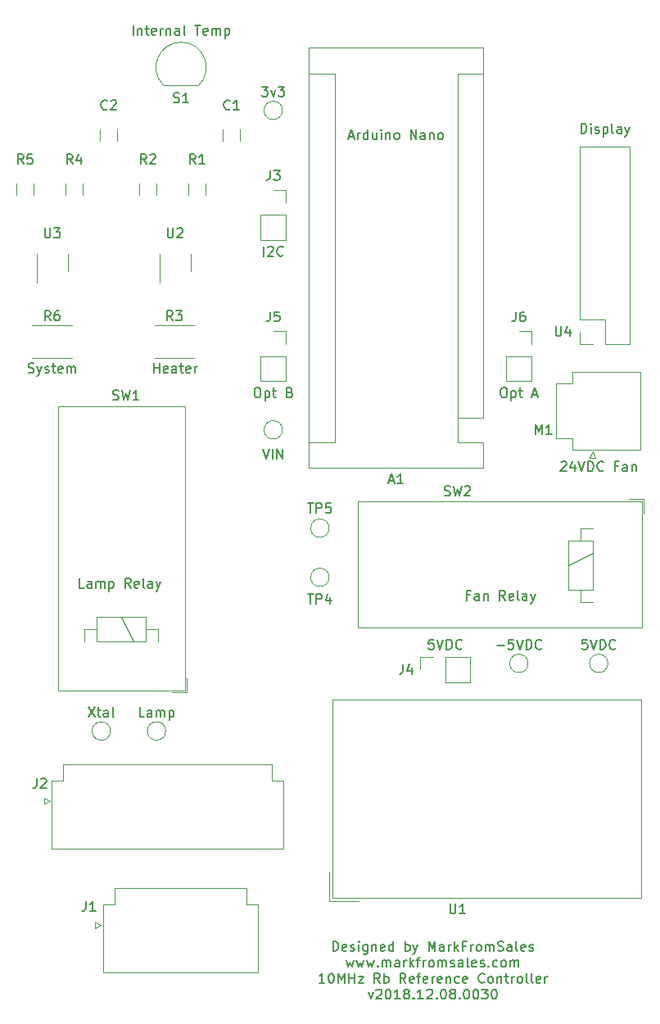
<source format=gbr>
G04 #@! TF.GenerationSoftware,KiCad,Pcbnew,(5.0.2)-1*
G04 #@! TF.CreationDate,2019-03-19T15:18:45-05:00*
G04 #@! TF.ProjectId,10MHz-Rb-Ref,31304d48-7a2d-4526-922d-5265662e6b69,rev?*
G04 #@! TF.SameCoordinates,Original*
G04 #@! TF.FileFunction,Legend,Top*
G04 #@! TF.FilePolarity,Positive*
%FSLAX46Y46*%
G04 Gerber Fmt 4.6, Leading zero omitted, Abs format (unit mm)*
G04 Created by KiCad (PCBNEW (5.0.2)-1) date 3/19/2019 3:18:45 PM*
%MOMM*%
%LPD*%
G01*
G04 APERTURE LIST*
%ADD10C,0.150000*%
%ADD11C,0.120000*%
%ADD12C,0.100000*%
G04 APERTURE END LIST*
D10*
X92789523Y-118197380D02*
X92313333Y-118197380D01*
X92265714Y-118673571D01*
X92313333Y-118625952D01*
X92408571Y-118578333D01*
X92646666Y-118578333D01*
X92741904Y-118625952D01*
X92789523Y-118673571D01*
X92837142Y-118768809D01*
X92837142Y-119006904D01*
X92789523Y-119102142D01*
X92741904Y-119149761D01*
X92646666Y-119197380D01*
X92408571Y-119197380D01*
X92313333Y-119149761D01*
X92265714Y-119102142D01*
X93122857Y-118197380D02*
X93456190Y-119197380D01*
X93789523Y-118197380D01*
X94122857Y-119197380D02*
X94122857Y-118197380D01*
X94360952Y-118197380D01*
X94503809Y-118245000D01*
X94599047Y-118340238D01*
X94646666Y-118435476D01*
X94694285Y-118625952D01*
X94694285Y-118768809D01*
X94646666Y-118959285D01*
X94599047Y-119054523D01*
X94503809Y-119149761D01*
X94360952Y-119197380D01*
X94122857Y-119197380D01*
X95694285Y-119102142D02*
X95646666Y-119149761D01*
X95503809Y-119197380D01*
X95408571Y-119197380D01*
X95265714Y-119149761D01*
X95170476Y-119054523D01*
X95122857Y-118959285D01*
X95075238Y-118768809D01*
X95075238Y-118625952D01*
X95122857Y-118435476D01*
X95170476Y-118340238D01*
X95265714Y-118245000D01*
X95408571Y-118197380D01*
X95503809Y-118197380D01*
X95646666Y-118245000D01*
X95694285Y-118292619D01*
X61722619Y-55697380D02*
X61722619Y-54697380D01*
X62198809Y-55030714D02*
X62198809Y-55697380D01*
X62198809Y-55125952D02*
X62246428Y-55078333D01*
X62341666Y-55030714D01*
X62484523Y-55030714D01*
X62579761Y-55078333D01*
X62627380Y-55173571D01*
X62627380Y-55697380D01*
X62960714Y-55030714D02*
X63341666Y-55030714D01*
X63103571Y-54697380D02*
X63103571Y-55554523D01*
X63151190Y-55649761D01*
X63246428Y-55697380D01*
X63341666Y-55697380D01*
X64055952Y-55649761D02*
X63960714Y-55697380D01*
X63770238Y-55697380D01*
X63675000Y-55649761D01*
X63627380Y-55554523D01*
X63627380Y-55173571D01*
X63675000Y-55078333D01*
X63770238Y-55030714D01*
X63960714Y-55030714D01*
X64055952Y-55078333D01*
X64103571Y-55173571D01*
X64103571Y-55268809D01*
X63627380Y-55364047D01*
X64532142Y-55697380D02*
X64532142Y-55030714D01*
X64532142Y-55221190D02*
X64579761Y-55125952D01*
X64627380Y-55078333D01*
X64722619Y-55030714D01*
X64817857Y-55030714D01*
X65151190Y-55030714D02*
X65151190Y-55697380D01*
X65151190Y-55125952D02*
X65198809Y-55078333D01*
X65294047Y-55030714D01*
X65436904Y-55030714D01*
X65532142Y-55078333D01*
X65579761Y-55173571D01*
X65579761Y-55697380D01*
X66484523Y-55697380D02*
X66484523Y-55173571D01*
X66436904Y-55078333D01*
X66341666Y-55030714D01*
X66151190Y-55030714D01*
X66055952Y-55078333D01*
X66484523Y-55649761D02*
X66389285Y-55697380D01*
X66151190Y-55697380D01*
X66055952Y-55649761D01*
X66008333Y-55554523D01*
X66008333Y-55459285D01*
X66055952Y-55364047D01*
X66151190Y-55316428D01*
X66389285Y-55316428D01*
X66484523Y-55268809D01*
X67103571Y-55697380D02*
X67008333Y-55649761D01*
X66960714Y-55554523D01*
X66960714Y-54697380D01*
X68103571Y-54697380D02*
X68675000Y-54697380D01*
X68389285Y-55697380D02*
X68389285Y-54697380D01*
X69389285Y-55649761D02*
X69294047Y-55697380D01*
X69103571Y-55697380D01*
X69008333Y-55649761D01*
X68960714Y-55554523D01*
X68960714Y-55173571D01*
X69008333Y-55078333D01*
X69103571Y-55030714D01*
X69294047Y-55030714D01*
X69389285Y-55078333D01*
X69436904Y-55173571D01*
X69436904Y-55268809D01*
X68960714Y-55364047D01*
X69865476Y-55697380D02*
X69865476Y-55030714D01*
X69865476Y-55125952D02*
X69913095Y-55078333D01*
X70008333Y-55030714D01*
X70151190Y-55030714D01*
X70246428Y-55078333D01*
X70294047Y-55173571D01*
X70294047Y-55697380D01*
X70294047Y-55173571D02*
X70341666Y-55078333D01*
X70436904Y-55030714D01*
X70579761Y-55030714D01*
X70675000Y-55078333D01*
X70722619Y-55173571D01*
X70722619Y-55697380D01*
X71198809Y-55030714D02*
X71198809Y-56030714D01*
X71198809Y-55078333D02*
X71294047Y-55030714D01*
X71484523Y-55030714D01*
X71579761Y-55078333D01*
X71627380Y-55125952D01*
X71675000Y-55221190D01*
X71675000Y-55506904D01*
X71627380Y-55602142D01*
X71579761Y-55649761D01*
X71484523Y-55697380D01*
X71294047Y-55697380D01*
X71198809Y-55649761D01*
X75223809Y-78557380D02*
X75223809Y-77557380D01*
X75652380Y-77652619D02*
X75700000Y-77605000D01*
X75795238Y-77557380D01*
X76033333Y-77557380D01*
X76128571Y-77605000D01*
X76176190Y-77652619D01*
X76223809Y-77747857D01*
X76223809Y-77843095D01*
X76176190Y-77985952D01*
X75604761Y-78557380D01*
X76223809Y-78557380D01*
X77223809Y-78462142D02*
X77176190Y-78509761D01*
X77033333Y-78557380D01*
X76938095Y-78557380D01*
X76795238Y-78509761D01*
X76700000Y-78414523D01*
X76652380Y-78319285D01*
X76604761Y-78128809D01*
X76604761Y-77985952D01*
X76652380Y-77795476D01*
X76700000Y-77700238D01*
X76795238Y-77605000D01*
X76938095Y-77557380D01*
X77033333Y-77557380D01*
X77176190Y-77605000D01*
X77223809Y-77652619D01*
X74485714Y-92162380D02*
X74676190Y-92162380D01*
X74771428Y-92210000D01*
X74866666Y-92305238D01*
X74914285Y-92495714D01*
X74914285Y-92829047D01*
X74866666Y-93019523D01*
X74771428Y-93114761D01*
X74676190Y-93162380D01*
X74485714Y-93162380D01*
X74390476Y-93114761D01*
X74295238Y-93019523D01*
X74247619Y-92829047D01*
X74247619Y-92495714D01*
X74295238Y-92305238D01*
X74390476Y-92210000D01*
X74485714Y-92162380D01*
X75342857Y-92495714D02*
X75342857Y-93495714D01*
X75342857Y-92543333D02*
X75438095Y-92495714D01*
X75628571Y-92495714D01*
X75723809Y-92543333D01*
X75771428Y-92590952D01*
X75819047Y-92686190D01*
X75819047Y-92971904D01*
X75771428Y-93067142D01*
X75723809Y-93114761D01*
X75628571Y-93162380D01*
X75438095Y-93162380D01*
X75342857Y-93114761D01*
X76104761Y-92495714D02*
X76485714Y-92495714D01*
X76247619Y-92162380D02*
X76247619Y-93019523D01*
X76295238Y-93114761D01*
X76390476Y-93162380D01*
X76485714Y-93162380D01*
X77914285Y-92638571D02*
X78057142Y-92686190D01*
X78104761Y-92733809D01*
X78152380Y-92829047D01*
X78152380Y-92971904D01*
X78104761Y-93067142D01*
X78057142Y-93114761D01*
X77961904Y-93162380D01*
X77580952Y-93162380D01*
X77580952Y-92162380D01*
X77914285Y-92162380D01*
X78009523Y-92210000D01*
X78057142Y-92257619D01*
X78104761Y-92352857D01*
X78104761Y-92448095D01*
X78057142Y-92543333D01*
X78009523Y-92590952D01*
X77914285Y-92638571D01*
X77580952Y-92638571D01*
X99957142Y-92162380D02*
X100147619Y-92162380D01*
X100242857Y-92210000D01*
X100338095Y-92305238D01*
X100385714Y-92495714D01*
X100385714Y-92829047D01*
X100338095Y-93019523D01*
X100242857Y-93114761D01*
X100147619Y-93162380D01*
X99957142Y-93162380D01*
X99861904Y-93114761D01*
X99766666Y-93019523D01*
X99719047Y-92829047D01*
X99719047Y-92495714D01*
X99766666Y-92305238D01*
X99861904Y-92210000D01*
X99957142Y-92162380D01*
X100814285Y-92495714D02*
X100814285Y-93495714D01*
X100814285Y-92543333D02*
X100909523Y-92495714D01*
X101100000Y-92495714D01*
X101195238Y-92543333D01*
X101242857Y-92590952D01*
X101290476Y-92686190D01*
X101290476Y-92971904D01*
X101242857Y-93067142D01*
X101195238Y-93114761D01*
X101100000Y-93162380D01*
X100909523Y-93162380D01*
X100814285Y-93114761D01*
X101576190Y-92495714D02*
X101957142Y-92495714D01*
X101719047Y-92162380D02*
X101719047Y-93019523D01*
X101766666Y-93114761D01*
X101861904Y-93162380D01*
X101957142Y-93162380D01*
X103004761Y-92876666D02*
X103480952Y-92876666D01*
X102909523Y-93162380D02*
X103242857Y-92162380D01*
X103576190Y-93162380D01*
X62873095Y-126182380D02*
X62396904Y-126182380D01*
X62396904Y-125182380D01*
X63635000Y-126182380D02*
X63635000Y-125658571D01*
X63587380Y-125563333D01*
X63492142Y-125515714D01*
X63301666Y-125515714D01*
X63206428Y-125563333D01*
X63635000Y-126134761D02*
X63539761Y-126182380D01*
X63301666Y-126182380D01*
X63206428Y-126134761D01*
X63158809Y-126039523D01*
X63158809Y-125944285D01*
X63206428Y-125849047D01*
X63301666Y-125801428D01*
X63539761Y-125801428D01*
X63635000Y-125753809D01*
X64111190Y-126182380D02*
X64111190Y-125515714D01*
X64111190Y-125610952D02*
X64158809Y-125563333D01*
X64254047Y-125515714D01*
X64396904Y-125515714D01*
X64492142Y-125563333D01*
X64539761Y-125658571D01*
X64539761Y-126182380D01*
X64539761Y-125658571D02*
X64587380Y-125563333D01*
X64682619Y-125515714D01*
X64825476Y-125515714D01*
X64920714Y-125563333D01*
X64968333Y-125658571D01*
X64968333Y-126182380D01*
X65444523Y-125515714D02*
X65444523Y-126515714D01*
X65444523Y-125563333D02*
X65539761Y-125515714D01*
X65730238Y-125515714D01*
X65825476Y-125563333D01*
X65873095Y-125610952D01*
X65920714Y-125706190D01*
X65920714Y-125991904D01*
X65873095Y-126087142D01*
X65825476Y-126134761D01*
X65730238Y-126182380D01*
X65539761Y-126182380D01*
X65444523Y-126134761D01*
X57086666Y-125182380D02*
X57753333Y-126182380D01*
X57753333Y-125182380D02*
X57086666Y-126182380D01*
X57991428Y-125515714D02*
X58372380Y-125515714D01*
X58134285Y-125182380D02*
X58134285Y-126039523D01*
X58181904Y-126134761D01*
X58277142Y-126182380D01*
X58372380Y-126182380D01*
X59134285Y-126182380D02*
X59134285Y-125658571D01*
X59086666Y-125563333D01*
X58991428Y-125515714D01*
X58800952Y-125515714D01*
X58705714Y-125563333D01*
X59134285Y-126134761D02*
X59039047Y-126182380D01*
X58800952Y-126182380D01*
X58705714Y-126134761D01*
X58658095Y-126039523D01*
X58658095Y-125944285D01*
X58705714Y-125849047D01*
X58800952Y-125801428D01*
X59039047Y-125801428D01*
X59134285Y-125753809D01*
X59753333Y-126182380D02*
X59658095Y-126134761D01*
X59610476Y-126039523D01*
X59610476Y-125182380D01*
X63849523Y-90622380D02*
X63849523Y-89622380D01*
X63849523Y-90098571D02*
X64420952Y-90098571D01*
X64420952Y-90622380D02*
X64420952Y-89622380D01*
X65278095Y-90574761D02*
X65182857Y-90622380D01*
X64992380Y-90622380D01*
X64897142Y-90574761D01*
X64849523Y-90479523D01*
X64849523Y-90098571D01*
X64897142Y-90003333D01*
X64992380Y-89955714D01*
X65182857Y-89955714D01*
X65278095Y-90003333D01*
X65325714Y-90098571D01*
X65325714Y-90193809D01*
X64849523Y-90289047D01*
X66182857Y-90622380D02*
X66182857Y-90098571D01*
X66135238Y-90003333D01*
X66040000Y-89955714D01*
X65849523Y-89955714D01*
X65754285Y-90003333D01*
X66182857Y-90574761D02*
X66087619Y-90622380D01*
X65849523Y-90622380D01*
X65754285Y-90574761D01*
X65706666Y-90479523D01*
X65706666Y-90384285D01*
X65754285Y-90289047D01*
X65849523Y-90241428D01*
X66087619Y-90241428D01*
X66182857Y-90193809D01*
X66516190Y-89955714D02*
X66897142Y-89955714D01*
X66659047Y-89622380D02*
X66659047Y-90479523D01*
X66706666Y-90574761D01*
X66801904Y-90622380D01*
X66897142Y-90622380D01*
X67611428Y-90574761D02*
X67516190Y-90622380D01*
X67325714Y-90622380D01*
X67230476Y-90574761D01*
X67182857Y-90479523D01*
X67182857Y-90098571D01*
X67230476Y-90003333D01*
X67325714Y-89955714D01*
X67516190Y-89955714D01*
X67611428Y-90003333D01*
X67659047Y-90098571D01*
X67659047Y-90193809D01*
X67182857Y-90289047D01*
X68087619Y-90622380D02*
X68087619Y-89955714D01*
X68087619Y-90146190D02*
X68135238Y-90050952D01*
X68182857Y-90003333D01*
X68278095Y-89955714D01*
X68373333Y-89955714D01*
X50887619Y-90574761D02*
X51030476Y-90622380D01*
X51268571Y-90622380D01*
X51363809Y-90574761D01*
X51411428Y-90527142D01*
X51459047Y-90431904D01*
X51459047Y-90336666D01*
X51411428Y-90241428D01*
X51363809Y-90193809D01*
X51268571Y-90146190D01*
X51078095Y-90098571D01*
X50982857Y-90050952D01*
X50935238Y-90003333D01*
X50887619Y-89908095D01*
X50887619Y-89812857D01*
X50935238Y-89717619D01*
X50982857Y-89670000D01*
X51078095Y-89622380D01*
X51316190Y-89622380D01*
X51459047Y-89670000D01*
X51792380Y-89955714D02*
X52030476Y-90622380D01*
X52268571Y-89955714D02*
X52030476Y-90622380D01*
X51935238Y-90860476D01*
X51887619Y-90908095D01*
X51792380Y-90955714D01*
X52601904Y-90574761D02*
X52697142Y-90622380D01*
X52887619Y-90622380D01*
X52982857Y-90574761D01*
X53030476Y-90479523D01*
X53030476Y-90431904D01*
X52982857Y-90336666D01*
X52887619Y-90289047D01*
X52744761Y-90289047D01*
X52649523Y-90241428D01*
X52601904Y-90146190D01*
X52601904Y-90098571D01*
X52649523Y-90003333D01*
X52744761Y-89955714D01*
X52887619Y-89955714D01*
X52982857Y-90003333D01*
X53316190Y-89955714D02*
X53697142Y-89955714D01*
X53459047Y-89622380D02*
X53459047Y-90479523D01*
X53506666Y-90574761D01*
X53601904Y-90622380D01*
X53697142Y-90622380D01*
X54411428Y-90574761D02*
X54316190Y-90622380D01*
X54125714Y-90622380D01*
X54030476Y-90574761D01*
X53982857Y-90479523D01*
X53982857Y-90098571D01*
X54030476Y-90003333D01*
X54125714Y-89955714D01*
X54316190Y-89955714D01*
X54411428Y-90003333D01*
X54459047Y-90098571D01*
X54459047Y-90193809D01*
X53982857Y-90289047D01*
X54887619Y-90622380D02*
X54887619Y-89955714D01*
X54887619Y-90050952D02*
X54935238Y-90003333D01*
X55030476Y-89955714D01*
X55173333Y-89955714D01*
X55268571Y-90003333D01*
X55316190Y-90098571D01*
X55316190Y-90622380D01*
X55316190Y-90098571D02*
X55363809Y-90003333D01*
X55459047Y-89955714D01*
X55601904Y-89955714D01*
X55697142Y-90003333D01*
X55744761Y-90098571D01*
X55744761Y-90622380D01*
X56658333Y-112847380D02*
X56182142Y-112847380D01*
X56182142Y-111847380D01*
X57420238Y-112847380D02*
X57420238Y-112323571D01*
X57372619Y-112228333D01*
X57277380Y-112180714D01*
X57086904Y-112180714D01*
X56991666Y-112228333D01*
X57420238Y-112799761D02*
X57325000Y-112847380D01*
X57086904Y-112847380D01*
X56991666Y-112799761D01*
X56944047Y-112704523D01*
X56944047Y-112609285D01*
X56991666Y-112514047D01*
X57086904Y-112466428D01*
X57325000Y-112466428D01*
X57420238Y-112418809D01*
X57896428Y-112847380D02*
X57896428Y-112180714D01*
X57896428Y-112275952D02*
X57944047Y-112228333D01*
X58039285Y-112180714D01*
X58182142Y-112180714D01*
X58277380Y-112228333D01*
X58325000Y-112323571D01*
X58325000Y-112847380D01*
X58325000Y-112323571D02*
X58372619Y-112228333D01*
X58467857Y-112180714D01*
X58610714Y-112180714D01*
X58705952Y-112228333D01*
X58753571Y-112323571D01*
X58753571Y-112847380D01*
X59229761Y-112180714D02*
X59229761Y-113180714D01*
X59229761Y-112228333D02*
X59325000Y-112180714D01*
X59515476Y-112180714D01*
X59610714Y-112228333D01*
X59658333Y-112275952D01*
X59705952Y-112371190D01*
X59705952Y-112656904D01*
X59658333Y-112752142D01*
X59610714Y-112799761D01*
X59515476Y-112847380D01*
X59325000Y-112847380D01*
X59229761Y-112799761D01*
X61467857Y-112847380D02*
X61134523Y-112371190D01*
X60896428Y-112847380D02*
X60896428Y-111847380D01*
X61277380Y-111847380D01*
X61372619Y-111895000D01*
X61420238Y-111942619D01*
X61467857Y-112037857D01*
X61467857Y-112180714D01*
X61420238Y-112275952D01*
X61372619Y-112323571D01*
X61277380Y-112371190D01*
X60896428Y-112371190D01*
X62277380Y-112799761D02*
X62182142Y-112847380D01*
X61991666Y-112847380D01*
X61896428Y-112799761D01*
X61848809Y-112704523D01*
X61848809Y-112323571D01*
X61896428Y-112228333D01*
X61991666Y-112180714D01*
X62182142Y-112180714D01*
X62277380Y-112228333D01*
X62325000Y-112323571D01*
X62325000Y-112418809D01*
X61848809Y-112514047D01*
X62896428Y-112847380D02*
X62801190Y-112799761D01*
X62753571Y-112704523D01*
X62753571Y-111847380D01*
X63705952Y-112847380D02*
X63705952Y-112323571D01*
X63658333Y-112228333D01*
X63563095Y-112180714D01*
X63372619Y-112180714D01*
X63277380Y-112228333D01*
X63705952Y-112799761D02*
X63610714Y-112847380D01*
X63372619Y-112847380D01*
X63277380Y-112799761D01*
X63229761Y-112704523D01*
X63229761Y-112609285D01*
X63277380Y-112514047D01*
X63372619Y-112466428D01*
X63610714Y-112466428D01*
X63705952Y-112418809D01*
X64086904Y-112180714D02*
X64325000Y-112847380D01*
X64563095Y-112180714D02*
X64325000Y-112847380D01*
X64229761Y-113085476D01*
X64182142Y-113133095D01*
X64086904Y-113180714D01*
X96528333Y-113593571D02*
X96195000Y-113593571D01*
X96195000Y-114117380D02*
X96195000Y-113117380D01*
X96671190Y-113117380D01*
X97480714Y-114117380D02*
X97480714Y-113593571D01*
X97433095Y-113498333D01*
X97337857Y-113450714D01*
X97147380Y-113450714D01*
X97052142Y-113498333D01*
X97480714Y-114069761D02*
X97385476Y-114117380D01*
X97147380Y-114117380D01*
X97052142Y-114069761D01*
X97004523Y-113974523D01*
X97004523Y-113879285D01*
X97052142Y-113784047D01*
X97147380Y-113736428D01*
X97385476Y-113736428D01*
X97480714Y-113688809D01*
X97956904Y-113450714D02*
X97956904Y-114117380D01*
X97956904Y-113545952D02*
X98004523Y-113498333D01*
X98099761Y-113450714D01*
X98242619Y-113450714D01*
X98337857Y-113498333D01*
X98385476Y-113593571D01*
X98385476Y-114117380D01*
X100195000Y-114117380D02*
X99861666Y-113641190D01*
X99623571Y-114117380D02*
X99623571Y-113117380D01*
X100004523Y-113117380D01*
X100099761Y-113165000D01*
X100147380Y-113212619D01*
X100195000Y-113307857D01*
X100195000Y-113450714D01*
X100147380Y-113545952D01*
X100099761Y-113593571D01*
X100004523Y-113641190D01*
X99623571Y-113641190D01*
X101004523Y-114069761D02*
X100909285Y-114117380D01*
X100718809Y-114117380D01*
X100623571Y-114069761D01*
X100575952Y-113974523D01*
X100575952Y-113593571D01*
X100623571Y-113498333D01*
X100718809Y-113450714D01*
X100909285Y-113450714D01*
X101004523Y-113498333D01*
X101052142Y-113593571D01*
X101052142Y-113688809D01*
X100575952Y-113784047D01*
X101623571Y-114117380D02*
X101528333Y-114069761D01*
X101480714Y-113974523D01*
X101480714Y-113117380D01*
X102433095Y-114117380D02*
X102433095Y-113593571D01*
X102385476Y-113498333D01*
X102290238Y-113450714D01*
X102099761Y-113450714D01*
X102004523Y-113498333D01*
X102433095Y-114069761D02*
X102337857Y-114117380D01*
X102099761Y-114117380D01*
X102004523Y-114069761D01*
X101956904Y-113974523D01*
X101956904Y-113879285D01*
X102004523Y-113784047D01*
X102099761Y-113736428D01*
X102337857Y-113736428D01*
X102433095Y-113688809D01*
X102814047Y-113450714D02*
X103052142Y-114117380D01*
X103290238Y-113450714D02*
X103052142Y-114117380D01*
X102956904Y-114355476D01*
X102909285Y-114403095D01*
X102814047Y-114450714D01*
X108037619Y-65857380D02*
X108037619Y-64857380D01*
X108275714Y-64857380D01*
X108418571Y-64905000D01*
X108513809Y-65000238D01*
X108561428Y-65095476D01*
X108609047Y-65285952D01*
X108609047Y-65428809D01*
X108561428Y-65619285D01*
X108513809Y-65714523D01*
X108418571Y-65809761D01*
X108275714Y-65857380D01*
X108037619Y-65857380D01*
X109037619Y-65857380D02*
X109037619Y-65190714D01*
X109037619Y-64857380D02*
X108990000Y-64905000D01*
X109037619Y-64952619D01*
X109085238Y-64905000D01*
X109037619Y-64857380D01*
X109037619Y-64952619D01*
X109466190Y-65809761D02*
X109561428Y-65857380D01*
X109751904Y-65857380D01*
X109847142Y-65809761D01*
X109894761Y-65714523D01*
X109894761Y-65666904D01*
X109847142Y-65571666D01*
X109751904Y-65524047D01*
X109609047Y-65524047D01*
X109513809Y-65476428D01*
X109466190Y-65381190D01*
X109466190Y-65333571D01*
X109513809Y-65238333D01*
X109609047Y-65190714D01*
X109751904Y-65190714D01*
X109847142Y-65238333D01*
X110323333Y-65190714D02*
X110323333Y-66190714D01*
X110323333Y-65238333D02*
X110418571Y-65190714D01*
X110609047Y-65190714D01*
X110704285Y-65238333D01*
X110751904Y-65285952D01*
X110799523Y-65381190D01*
X110799523Y-65666904D01*
X110751904Y-65762142D01*
X110704285Y-65809761D01*
X110609047Y-65857380D01*
X110418571Y-65857380D01*
X110323333Y-65809761D01*
X111370952Y-65857380D02*
X111275714Y-65809761D01*
X111228095Y-65714523D01*
X111228095Y-64857380D01*
X112180476Y-65857380D02*
X112180476Y-65333571D01*
X112132857Y-65238333D01*
X112037619Y-65190714D01*
X111847142Y-65190714D01*
X111751904Y-65238333D01*
X112180476Y-65809761D02*
X112085238Y-65857380D01*
X111847142Y-65857380D01*
X111751904Y-65809761D01*
X111704285Y-65714523D01*
X111704285Y-65619285D01*
X111751904Y-65524047D01*
X111847142Y-65476428D01*
X112085238Y-65476428D01*
X112180476Y-65428809D01*
X112561428Y-65190714D02*
X112799523Y-65857380D01*
X113037619Y-65190714D02*
X112799523Y-65857380D01*
X112704285Y-66095476D01*
X112656666Y-66143095D01*
X112561428Y-66190714D01*
X105950238Y-99877619D02*
X105997857Y-99830000D01*
X106093095Y-99782380D01*
X106331190Y-99782380D01*
X106426428Y-99830000D01*
X106474047Y-99877619D01*
X106521666Y-99972857D01*
X106521666Y-100068095D01*
X106474047Y-100210952D01*
X105902619Y-100782380D01*
X106521666Y-100782380D01*
X107378809Y-100115714D02*
X107378809Y-100782380D01*
X107140714Y-99734761D02*
X106902619Y-100449047D01*
X107521666Y-100449047D01*
X107759761Y-99782380D02*
X108093095Y-100782380D01*
X108426428Y-99782380D01*
X108759761Y-100782380D02*
X108759761Y-99782380D01*
X108997857Y-99782380D01*
X109140714Y-99830000D01*
X109235952Y-99925238D01*
X109283571Y-100020476D01*
X109331190Y-100210952D01*
X109331190Y-100353809D01*
X109283571Y-100544285D01*
X109235952Y-100639523D01*
X109140714Y-100734761D01*
X108997857Y-100782380D01*
X108759761Y-100782380D01*
X110331190Y-100687142D02*
X110283571Y-100734761D01*
X110140714Y-100782380D01*
X110045476Y-100782380D01*
X109902619Y-100734761D01*
X109807380Y-100639523D01*
X109759761Y-100544285D01*
X109712142Y-100353809D01*
X109712142Y-100210952D01*
X109759761Y-100020476D01*
X109807380Y-99925238D01*
X109902619Y-99830000D01*
X110045476Y-99782380D01*
X110140714Y-99782380D01*
X110283571Y-99830000D01*
X110331190Y-99877619D01*
X111855000Y-100258571D02*
X111521666Y-100258571D01*
X111521666Y-100782380D02*
X111521666Y-99782380D01*
X111997857Y-99782380D01*
X112807380Y-100782380D02*
X112807380Y-100258571D01*
X112759761Y-100163333D01*
X112664523Y-100115714D01*
X112474047Y-100115714D01*
X112378809Y-100163333D01*
X112807380Y-100734761D02*
X112712142Y-100782380D01*
X112474047Y-100782380D01*
X112378809Y-100734761D01*
X112331190Y-100639523D01*
X112331190Y-100544285D01*
X112378809Y-100449047D01*
X112474047Y-100401428D01*
X112712142Y-100401428D01*
X112807380Y-100353809D01*
X113283571Y-100115714D02*
X113283571Y-100782380D01*
X113283571Y-100210952D02*
X113331190Y-100163333D01*
X113426428Y-100115714D01*
X113569285Y-100115714D01*
X113664523Y-100163333D01*
X113712142Y-100258571D01*
X113712142Y-100782380D01*
X84042857Y-66206666D02*
X84519047Y-66206666D01*
X83947619Y-66492380D02*
X84280952Y-65492380D01*
X84614285Y-66492380D01*
X84947619Y-66492380D02*
X84947619Y-65825714D01*
X84947619Y-66016190D02*
X84995238Y-65920952D01*
X85042857Y-65873333D01*
X85138095Y-65825714D01*
X85233333Y-65825714D01*
X85995238Y-66492380D02*
X85995238Y-65492380D01*
X85995238Y-66444761D02*
X85900000Y-66492380D01*
X85709523Y-66492380D01*
X85614285Y-66444761D01*
X85566666Y-66397142D01*
X85519047Y-66301904D01*
X85519047Y-66016190D01*
X85566666Y-65920952D01*
X85614285Y-65873333D01*
X85709523Y-65825714D01*
X85900000Y-65825714D01*
X85995238Y-65873333D01*
X86900000Y-65825714D02*
X86900000Y-66492380D01*
X86471428Y-65825714D02*
X86471428Y-66349523D01*
X86519047Y-66444761D01*
X86614285Y-66492380D01*
X86757142Y-66492380D01*
X86852380Y-66444761D01*
X86900000Y-66397142D01*
X87376190Y-66492380D02*
X87376190Y-65825714D01*
X87376190Y-65492380D02*
X87328571Y-65540000D01*
X87376190Y-65587619D01*
X87423809Y-65540000D01*
X87376190Y-65492380D01*
X87376190Y-65587619D01*
X87852380Y-65825714D02*
X87852380Y-66492380D01*
X87852380Y-65920952D02*
X87900000Y-65873333D01*
X87995238Y-65825714D01*
X88138095Y-65825714D01*
X88233333Y-65873333D01*
X88280952Y-65968571D01*
X88280952Y-66492380D01*
X88900000Y-66492380D02*
X88804761Y-66444761D01*
X88757142Y-66397142D01*
X88709523Y-66301904D01*
X88709523Y-66016190D01*
X88757142Y-65920952D01*
X88804761Y-65873333D01*
X88900000Y-65825714D01*
X89042857Y-65825714D01*
X89138095Y-65873333D01*
X89185714Y-65920952D01*
X89233333Y-66016190D01*
X89233333Y-66301904D01*
X89185714Y-66397142D01*
X89138095Y-66444761D01*
X89042857Y-66492380D01*
X88900000Y-66492380D01*
X90423809Y-66492380D02*
X90423809Y-65492380D01*
X90995238Y-66492380D01*
X90995238Y-65492380D01*
X91900000Y-66492380D02*
X91900000Y-65968571D01*
X91852380Y-65873333D01*
X91757142Y-65825714D01*
X91566666Y-65825714D01*
X91471428Y-65873333D01*
X91900000Y-66444761D02*
X91804761Y-66492380D01*
X91566666Y-66492380D01*
X91471428Y-66444761D01*
X91423809Y-66349523D01*
X91423809Y-66254285D01*
X91471428Y-66159047D01*
X91566666Y-66111428D01*
X91804761Y-66111428D01*
X91900000Y-66063809D01*
X92376190Y-65825714D02*
X92376190Y-66492380D01*
X92376190Y-65920952D02*
X92423809Y-65873333D01*
X92519047Y-65825714D01*
X92661904Y-65825714D01*
X92757142Y-65873333D01*
X92804761Y-65968571D01*
X92804761Y-66492380D01*
X93423809Y-66492380D02*
X93328571Y-66444761D01*
X93280952Y-66397142D01*
X93233333Y-66301904D01*
X93233333Y-66016190D01*
X93280952Y-65920952D01*
X93328571Y-65873333D01*
X93423809Y-65825714D01*
X93566666Y-65825714D01*
X93661904Y-65873333D01*
X93709523Y-65920952D01*
X93757142Y-66016190D01*
X93757142Y-66301904D01*
X93709523Y-66397142D01*
X93661904Y-66444761D01*
X93566666Y-66492380D01*
X93423809Y-66492380D01*
X75009523Y-61047380D02*
X75628571Y-61047380D01*
X75295238Y-61428333D01*
X75438095Y-61428333D01*
X75533333Y-61475952D01*
X75580952Y-61523571D01*
X75628571Y-61618809D01*
X75628571Y-61856904D01*
X75580952Y-61952142D01*
X75533333Y-61999761D01*
X75438095Y-62047380D01*
X75152380Y-62047380D01*
X75057142Y-61999761D01*
X75009523Y-61952142D01*
X75961904Y-61380714D02*
X76200000Y-62047380D01*
X76438095Y-61380714D01*
X76723809Y-61047380D02*
X77342857Y-61047380D01*
X77009523Y-61428333D01*
X77152380Y-61428333D01*
X77247619Y-61475952D01*
X77295238Y-61523571D01*
X77342857Y-61618809D01*
X77342857Y-61856904D01*
X77295238Y-61952142D01*
X77247619Y-61999761D01*
X77152380Y-62047380D01*
X76866666Y-62047380D01*
X76771428Y-61999761D01*
X76723809Y-61952142D01*
X75104761Y-98512380D02*
X75438095Y-99512380D01*
X75771428Y-98512380D01*
X76104761Y-99512380D02*
X76104761Y-98512380D01*
X76580952Y-99512380D02*
X76580952Y-98512380D01*
X77152380Y-99512380D01*
X77152380Y-98512380D01*
X99314285Y-118816428D02*
X100076190Y-118816428D01*
X101028571Y-118197380D02*
X100552380Y-118197380D01*
X100504761Y-118673571D01*
X100552380Y-118625952D01*
X100647619Y-118578333D01*
X100885714Y-118578333D01*
X100980952Y-118625952D01*
X101028571Y-118673571D01*
X101076190Y-118768809D01*
X101076190Y-119006904D01*
X101028571Y-119102142D01*
X100980952Y-119149761D01*
X100885714Y-119197380D01*
X100647619Y-119197380D01*
X100552380Y-119149761D01*
X100504761Y-119102142D01*
X101361904Y-118197380D02*
X101695238Y-119197380D01*
X102028571Y-118197380D01*
X102361904Y-119197380D02*
X102361904Y-118197380D01*
X102600000Y-118197380D01*
X102742857Y-118245000D01*
X102838095Y-118340238D01*
X102885714Y-118435476D01*
X102933333Y-118625952D01*
X102933333Y-118768809D01*
X102885714Y-118959285D01*
X102838095Y-119054523D01*
X102742857Y-119149761D01*
X102600000Y-119197380D01*
X102361904Y-119197380D01*
X103933333Y-119102142D02*
X103885714Y-119149761D01*
X103742857Y-119197380D01*
X103647619Y-119197380D01*
X103504761Y-119149761D01*
X103409523Y-119054523D01*
X103361904Y-118959285D01*
X103314285Y-118768809D01*
X103314285Y-118625952D01*
X103361904Y-118435476D01*
X103409523Y-118340238D01*
X103504761Y-118245000D01*
X103647619Y-118197380D01*
X103742857Y-118197380D01*
X103885714Y-118245000D01*
X103933333Y-118292619D01*
X108664523Y-118197380D02*
X108188333Y-118197380D01*
X108140714Y-118673571D01*
X108188333Y-118625952D01*
X108283571Y-118578333D01*
X108521666Y-118578333D01*
X108616904Y-118625952D01*
X108664523Y-118673571D01*
X108712142Y-118768809D01*
X108712142Y-119006904D01*
X108664523Y-119102142D01*
X108616904Y-119149761D01*
X108521666Y-119197380D01*
X108283571Y-119197380D01*
X108188333Y-119149761D01*
X108140714Y-119102142D01*
X108997857Y-118197380D02*
X109331190Y-119197380D01*
X109664523Y-118197380D01*
X109997857Y-119197380D02*
X109997857Y-118197380D01*
X110235952Y-118197380D01*
X110378809Y-118245000D01*
X110474047Y-118340238D01*
X110521666Y-118435476D01*
X110569285Y-118625952D01*
X110569285Y-118768809D01*
X110521666Y-118959285D01*
X110474047Y-119054523D01*
X110378809Y-119149761D01*
X110235952Y-119197380D01*
X109997857Y-119197380D01*
X111569285Y-119102142D02*
X111521666Y-119149761D01*
X111378809Y-119197380D01*
X111283571Y-119197380D01*
X111140714Y-119149761D01*
X111045476Y-119054523D01*
X110997857Y-118959285D01*
X110950238Y-118768809D01*
X110950238Y-118625952D01*
X110997857Y-118435476D01*
X111045476Y-118340238D01*
X111140714Y-118245000D01*
X111283571Y-118197380D01*
X111378809Y-118197380D01*
X111521666Y-118245000D01*
X111569285Y-118292619D01*
X82376666Y-150377380D02*
X82376666Y-149377380D01*
X82614761Y-149377380D01*
X82757619Y-149425000D01*
X82852857Y-149520238D01*
X82900476Y-149615476D01*
X82948095Y-149805952D01*
X82948095Y-149948809D01*
X82900476Y-150139285D01*
X82852857Y-150234523D01*
X82757619Y-150329761D01*
X82614761Y-150377380D01*
X82376666Y-150377380D01*
X83757619Y-150329761D02*
X83662380Y-150377380D01*
X83471904Y-150377380D01*
X83376666Y-150329761D01*
X83329047Y-150234523D01*
X83329047Y-149853571D01*
X83376666Y-149758333D01*
X83471904Y-149710714D01*
X83662380Y-149710714D01*
X83757619Y-149758333D01*
X83805238Y-149853571D01*
X83805238Y-149948809D01*
X83329047Y-150044047D01*
X84186190Y-150329761D02*
X84281428Y-150377380D01*
X84471904Y-150377380D01*
X84567142Y-150329761D01*
X84614761Y-150234523D01*
X84614761Y-150186904D01*
X84567142Y-150091666D01*
X84471904Y-150044047D01*
X84329047Y-150044047D01*
X84233809Y-149996428D01*
X84186190Y-149901190D01*
X84186190Y-149853571D01*
X84233809Y-149758333D01*
X84329047Y-149710714D01*
X84471904Y-149710714D01*
X84567142Y-149758333D01*
X85043333Y-150377380D02*
X85043333Y-149710714D01*
X85043333Y-149377380D02*
X84995714Y-149425000D01*
X85043333Y-149472619D01*
X85090952Y-149425000D01*
X85043333Y-149377380D01*
X85043333Y-149472619D01*
X85948095Y-149710714D02*
X85948095Y-150520238D01*
X85900476Y-150615476D01*
X85852857Y-150663095D01*
X85757619Y-150710714D01*
X85614761Y-150710714D01*
X85519523Y-150663095D01*
X85948095Y-150329761D02*
X85852857Y-150377380D01*
X85662380Y-150377380D01*
X85567142Y-150329761D01*
X85519523Y-150282142D01*
X85471904Y-150186904D01*
X85471904Y-149901190D01*
X85519523Y-149805952D01*
X85567142Y-149758333D01*
X85662380Y-149710714D01*
X85852857Y-149710714D01*
X85948095Y-149758333D01*
X86424285Y-149710714D02*
X86424285Y-150377380D01*
X86424285Y-149805952D02*
X86471904Y-149758333D01*
X86567142Y-149710714D01*
X86710000Y-149710714D01*
X86805238Y-149758333D01*
X86852857Y-149853571D01*
X86852857Y-150377380D01*
X87710000Y-150329761D02*
X87614761Y-150377380D01*
X87424285Y-150377380D01*
X87329047Y-150329761D01*
X87281428Y-150234523D01*
X87281428Y-149853571D01*
X87329047Y-149758333D01*
X87424285Y-149710714D01*
X87614761Y-149710714D01*
X87710000Y-149758333D01*
X87757619Y-149853571D01*
X87757619Y-149948809D01*
X87281428Y-150044047D01*
X88614761Y-150377380D02*
X88614761Y-149377380D01*
X88614761Y-150329761D02*
X88519523Y-150377380D01*
X88329047Y-150377380D01*
X88233809Y-150329761D01*
X88186190Y-150282142D01*
X88138571Y-150186904D01*
X88138571Y-149901190D01*
X88186190Y-149805952D01*
X88233809Y-149758333D01*
X88329047Y-149710714D01*
X88519523Y-149710714D01*
X88614761Y-149758333D01*
X89852857Y-150377380D02*
X89852857Y-149377380D01*
X89852857Y-149758333D02*
X89948095Y-149710714D01*
X90138571Y-149710714D01*
X90233809Y-149758333D01*
X90281428Y-149805952D01*
X90329047Y-149901190D01*
X90329047Y-150186904D01*
X90281428Y-150282142D01*
X90233809Y-150329761D01*
X90138571Y-150377380D01*
X89948095Y-150377380D01*
X89852857Y-150329761D01*
X90662380Y-149710714D02*
X90900476Y-150377380D01*
X91138571Y-149710714D02*
X90900476Y-150377380D01*
X90805238Y-150615476D01*
X90757619Y-150663095D01*
X90662380Y-150710714D01*
X92281428Y-150377380D02*
X92281428Y-149377380D01*
X92614761Y-150091666D01*
X92948095Y-149377380D01*
X92948095Y-150377380D01*
X93852857Y-150377380D02*
X93852857Y-149853571D01*
X93805238Y-149758333D01*
X93710000Y-149710714D01*
X93519523Y-149710714D01*
X93424285Y-149758333D01*
X93852857Y-150329761D02*
X93757619Y-150377380D01*
X93519523Y-150377380D01*
X93424285Y-150329761D01*
X93376666Y-150234523D01*
X93376666Y-150139285D01*
X93424285Y-150044047D01*
X93519523Y-149996428D01*
X93757619Y-149996428D01*
X93852857Y-149948809D01*
X94329047Y-150377380D02*
X94329047Y-149710714D01*
X94329047Y-149901190D02*
X94376666Y-149805952D01*
X94424285Y-149758333D01*
X94519523Y-149710714D01*
X94614761Y-149710714D01*
X94948095Y-150377380D02*
X94948095Y-149377380D01*
X95043333Y-149996428D02*
X95329047Y-150377380D01*
X95329047Y-149710714D02*
X94948095Y-150091666D01*
X96090952Y-149853571D02*
X95757619Y-149853571D01*
X95757619Y-150377380D02*
X95757619Y-149377380D01*
X96233809Y-149377380D01*
X96614761Y-150377380D02*
X96614761Y-149710714D01*
X96614761Y-149901190D02*
X96662380Y-149805952D01*
X96710000Y-149758333D01*
X96805238Y-149710714D01*
X96900476Y-149710714D01*
X97376666Y-150377380D02*
X97281428Y-150329761D01*
X97233809Y-150282142D01*
X97186190Y-150186904D01*
X97186190Y-149901190D01*
X97233809Y-149805952D01*
X97281428Y-149758333D01*
X97376666Y-149710714D01*
X97519523Y-149710714D01*
X97614761Y-149758333D01*
X97662380Y-149805952D01*
X97710000Y-149901190D01*
X97710000Y-150186904D01*
X97662380Y-150282142D01*
X97614761Y-150329761D01*
X97519523Y-150377380D01*
X97376666Y-150377380D01*
X98138571Y-150377380D02*
X98138571Y-149710714D01*
X98138571Y-149805952D02*
X98186190Y-149758333D01*
X98281428Y-149710714D01*
X98424285Y-149710714D01*
X98519523Y-149758333D01*
X98567142Y-149853571D01*
X98567142Y-150377380D01*
X98567142Y-149853571D02*
X98614761Y-149758333D01*
X98710000Y-149710714D01*
X98852857Y-149710714D01*
X98948095Y-149758333D01*
X98995714Y-149853571D01*
X98995714Y-150377380D01*
X99424285Y-150329761D02*
X99567142Y-150377380D01*
X99805238Y-150377380D01*
X99900476Y-150329761D01*
X99948095Y-150282142D01*
X99995714Y-150186904D01*
X99995714Y-150091666D01*
X99948095Y-149996428D01*
X99900476Y-149948809D01*
X99805238Y-149901190D01*
X99614761Y-149853571D01*
X99519523Y-149805952D01*
X99471904Y-149758333D01*
X99424285Y-149663095D01*
X99424285Y-149567857D01*
X99471904Y-149472619D01*
X99519523Y-149425000D01*
X99614761Y-149377380D01*
X99852857Y-149377380D01*
X99995714Y-149425000D01*
X100852857Y-150377380D02*
X100852857Y-149853571D01*
X100805238Y-149758333D01*
X100710000Y-149710714D01*
X100519523Y-149710714D01*
X100424285Y-149758333D01*
X100852857Y-150329761D02*
X100757619Y-150377380D01*
X100519523Y-150377380D01*
X100424285Y-150329761D01*
X100376666Y-150234523D01*
X100376666Y-150139285D01*
X100424285Y-150044047D01*
X100519523Y-149996428D01*
X100757619Y-149996428D01*
X100852857Y-149948809D01*
X101471904Y-150377380D02*
X101376666Y-150329761D01*
X101329047Y-150234523D01*
X101329047Y-149377380D01*
X102233809Y-150329761D02*
X102138571Y-150377380D01*
X101948095Y-150377380D01*
X101852857Y-150329761D01*
X101805238Y-150234523D01*
X101805238Y-149853571D01*
X101852857Y-149758333D01*
X101948095Y-149710714D01*
X102138571Y-149710714D01*
X102233809Y-149758333D01*
X102281428Y-149853571D01*
X102281428Y-149948809D01*
X101805238Y-150044047D01*
X102662380Y-150329761D02*
X102757619Y-150377380D01*
X102948095Y-150377380D01*
X103043333Y-150329761D01*
X103090952Y-150234523D01*
X103090952Y-150186904D01*
X103043333Y-150091666D01*
X102948095Y-150044047D01*
X102805238Y-150044047D01*
X102710000Y-149996428D01*
X102662380Y-149901190D01*
X102662380Y-149853571D01*
X102710000Y-149758333D01*
X102805238Y-149710714D01*
X102948095Y-149710714D01*
X103043333Y-149758333D01*
X83757619Y-151360714D02*
X83948095Y-152027380D01*
X84138571Y-151551190D01*
X84329047Y-152027380D01*
X84519523Y-151360714D01*
X84805238Y-151360714D02*
X84995714Y-152027380D01*
X85186190Y-151551190D01*
X85376666Y-152027380D01*
X85567142Y-151360714D01*
X85852857Y-151360714D02*
X86043333Y-152027380D01*
X86233809Y-151551190D01*
X86424285Y-152027380D01*
X86614761Y-151360714D01*
X86995714Y-151932142D02*
X87043333Y-151979761D01*
X86995714Y-152027380D01*
X86948095Y-151979761D01*
X86995714Y-151932142D01*
X86995714Y-152027380D01*
X87471904Y-152027380D02*
X87471904Y-151360714D01*
X87471904Y-151455952D02*
X87519523Y-151408333D01*
X87614761Y-151360714D01*
X87757619Y-151360714D01*
X87852857Y-151408333D01*
X87900476Y-151503571D01*
X87900476Y-152027380D01*
X87900476Y-151503571D02*
X87948095Y-151408333D01*
X88043333Y-151360714D01*
X88186190Y-151360714D01*
X88281428Y-151408333D01*
X88329047Y-151503571D01*
X88329047Y-152027380D01*
X89233809Y-152027380D02*
X89233809Y-151503571D01*
X89186190Y-151408333D01*
X89090952Y-151360714D01*
X88900476Y-151360714D01*
X88805238Y-151408333D01*
X89233809Y-151979761D02*
X89138571Y-152027380D01*
X88900476Y-152027380D01*
X88805238Y-151979761D01*
X88757619Y-151884523D01*
X88757619Y-151789285D01*
X88805238Y-151694047D01*
X88900476Y-151646428D01*
X89138571Y-151646428D01*
X89233809Y-151598809D01*
X89710000Y-152027380D02*
X89710000Y-151360714D01*
X89710000Y-151551190D02*
X89757619Y-151455952D01*
X89805238Y-151408333D01*
X89900476Y-151360714D01*
X89995714Y-151360714D01*
X90329047Y-152027380D02*
X90329047Y-151027380D01*
X90424285Y-151646428D02*
X90710000Y-152027380D01*
X90710000Y-151360714D02*
X90329047Y-151741666D01*
X90995714Y-151360714D02*
X91376666Y-151360714D01*
X91138571Y-152027380D02*
X91138571Y-151170238D01*
X91186190Y-151075000D01*
X91281428Y-151027380D01*
X91376666Y-151027380D01*
X91710000Y-152027380D02*
X91710000Y-151360714D01*
X91710000Y-151551190D02*
X91757619Y-151455952D01*
X91805238Y-151408333D01*
X91900476Y-151360714D01*
X91995714Y-151360714D01*
X92471904Y-152027380D02*
X92376666Y-151979761D01*
X92329047Y-151932142D01*
X92281428Y-151836904D01*
X92281428Y-151551190D01*
X92329047Y-151455952D01*
X92376666Y-151408333D01*
X92471904Y-151360714D01*
X92614761Y-151360714D01*
X92710000Y-151408333D01*
X92757619Y-151455952D01*
X92805238Y-151551190D01*
X92805238Y-151836904D01*
X92757619Y-151932142D01*
X92710000Y-151979761D01*
X92614761Y-152027380D01*
X92471904Y-152027380D01*
X93233809Y-152027380D02*
X93233809Y-151360714D01*
X93233809Y-151455952D02*
X93281428Y-151408333D01*
X93376666Y-151360714D01*
X93519523Y-151360714D01*
X93614761Y-151408333D01*
X93662380Y-151503571D01*
X93662380Y-152027380D01*
X93662380Y-151503571D02*
X93710000Y-151408333D01*
X93805238Y-151360714D01*
X93948095Y-151360714D01*
X94043333Y-151408333D01*
X94090952Y-151503571D01*
X94090952Y-152027380D01*
X94519523Y-151979761D02*
X94614761Y-152027380D01*
X94805238Y-152027380D01*
X94900476Y-151979761D01*
X94948095Y-151884523D01*
X94948095Y-151836904D01*
X94900476Y-151741666D01*
X94805238Y-151694047D01*
X94662380Y-151694047D01*
X94567142Y-151646428D01*
X94519523Y-151551190D01*
X94519523Y-151503571D01*
X94567142Y-151408333D01*
X94662380Y-151360714D01*
X94805238Y-151360714D01*
X94900476Y-151408333D01*
X95805238Y-152027380D02*
X95805238Y-151503571D01*
X95757619Y-151408333D01*
X95662380Y-151360714D01*
X95471904Y-151360714D01*
X95376666Y-151408333D01*
X95805238Y-151979761D02*
X95710000Y-152027380D01*
X95471904Y-152027380D01*
X95376666Y-151979761D01*
X95329047Y-151884523D01*
X95329047Y-151789285D01*
X95376666Y-151694047D01*
X95471904Y-151646428D01*
X95710000Y-151646428D01*
X95805238Y-151598809D01*
X96424285Y-152027380D02*
X96329047Y-151979761D01*
X96281428Y-151884523D01*
X96281428Y-151027380D01*
X97186190Y-151979761D02*
X97090952Y-152027380D01*
X96900476Y-152027380D01*
X96805238Y-151979761D01*
X96757619Y-151884523D01*
X96757619Y-151503571D01*
X96805238Y-151408333D01*
X96900476Y-151360714D01*
X97090952Y-151360714D01*
X97186190Y-151408333D01*
X97233809Y-151503571D01*
X97233809Y-151598809D01*
X96757619Y-151694047D01*
X97614761Y-151979761D02*
X97710000Y-152027380D01*
X97900476Y-152027380D01*
X97995714Y-151979761D01*
X98043333Y-151884523D01*
X98043333Y-151836904D01*
X97995714Y-151741666D01*
X97900476Y-151694047D01*
X97757619Y-151694047D01*
X97662380Y-151646428D01*
X97614761Y-151551190D01*
X97614761Y-151503571D01*
X97662380Y-151408333D01*
X97757619Y-151360714D01*
X97900476Y-151360714D01*
X97995714Y-151408333D01*
X98471904Y-151932142D02*
X98519523Y-151979761D01*
X98471904Y-152027380D01*
X98424285Y-151979761D01*
X98471904Y-151932142D01*
X98471904Y-152027380D01*
X99376666Y-151979761D02*
X99281428Y-152027380D01*
X99090952Y-152027380D01*
X98995714Y-151979761D01*
X98948095Y-151932142D01*
X98900476Y-151836904D01*
X98900476Y-151551190D01*
X98948095Y-151455952D01*
X98995714Y-151408333D01*
X99090952Y-151360714D01*
X99281428Y-151360714D01*
X99376666Y-151408333D01*
X99948095Y-152027380D02*
X99852857Y-151979761D01*
X99805238Y-151932142D01*
X99757619Y-151836904D01*
X99757619Y-151551190D01*
X99805238Y-151455952D01*
X99852857Y-151408333D01*
X99948095Y-151360714D01*
X100090952Y-151360714D01*
X100186190Y-151408333D01*
X100233809Y-151455952D01*
X100281428Y-151551190D01*
X100281428Y-151836904D01*
X100233809Y-151932142D01*
X100186190Y-151979761D01*
X100090952Y-152027380D01*
X99948095Y-152027380D01*
X100710000Y-152027380D02*
X100710000Y-151360714D01*
X100710000Y-151455952D02*
X100757619Y-151408333D01*
X100852857Y-151360714D01*
X100995714Y-151360714D01*
X101090952Y-151408333D01*
X101138571Y-151503571D01*
X101138571Y-152027380D01*
X101138571Y-151503571D02*
X101186190Y-151408333D01*
X101281428Y-151360714D01*
X101424285Y-151360714D01*
X101519523Y-151408333D01*
X101567142Y-151503571D01*
X101567142Y-152027380D01*
X81519523Y-153677380D02*
X80948095Y-153677380D01*
X81233809Y-153677380D02*
X81233809Y-152677380D01*
X81138571Y-152820238D01*
X81043333Y-152915476D01*
X80948095Y-152963095D01*
X82138571Y-152677380D02*
X82233809Y-152677380D01*
X82329047Y-152725000D01*
X82376666Y-152772619D01*
X82424285Y-152867857D01*
X82471904Y-153058333D01*
X82471904Y-153296428D01*
X82424285Y-153486904D01*
X82376666Y-153582142D01*
X82329047Y-153629761D01*
X82233809Y-153677380D01*
X82138571Y-153677380D01*
X82043333Y-153629761D01*
X81995714Y-153582142D01*
X81948095Y-153486904D01*
X81900476Y-153296428D01*
X81900476Y-153058333D01*
X81948095Y-152867857D01*
X81995714Y-152772619D01*
X82043333Y-152725000D01*
X82138571Y-152677380D01*
X82900476Y-153677380D02*
X82900476Y-152677380D01*
X83233809Y-153391666D01*
X83567142Y-152677380D01*
X83567142Y-153677380D01*
X84043333Y-153677380D02*
X84043333Y-152677380D01*
X84043333Y-153153571D02*
X84614761Y-153153571D01*
X84614761Y-153677380D02*
X84614761Y-152677380D01*
X84995714Y-153010714D02*
X85519523Y-153010714D01*
X84995714Y-153677380D01*
X85519523Y-153677380D01*
X87233809Y-153677380D02*
X86900476Y-153201190D01*
X86662380Y-153677380D02*
X86662380Y-152677380D01*
X87043333Y-152677380D01*
X87138571Y-152725000D01*
X87186190Y-152772619D01*
X87233809Y-152867857D01*
X87233809Y-153010714D01*
X87186190Y-153105952D01*
X87138571Y-153153571D01*
X87043333Y-153201190D01*
X86662380Y-153201190D01*
X87662380Y-153677380D02*
X87662380Y-152677380D01*
X87662380Y-153058333D02*
X87757619Y-153010714D01*
X87948095Y-153010714D01*
X88043333Y-153058333D01*
X88090952Y-153105952D01*
X88138571Y-153201190D01*
X88138571Y-153486904D01*
X88090952Y-153582142D01*
X88043333Y-153629761D01*
X87948095Y-153677380D01*
X87757619Y-153677380D01*
X87662380Y-153629761D01*
X89900476Y-153677380D02*
X89567142Y-153201190D01*
X89329047Y-153677380D02*
X89329047Y-152677380D01*
X89710000Y-152677380D01*
X89805238Y-152725000D01*
X89852857Y-152772619D01*
X89900476Y-152867857D01*
X89900476Y-153010714D01*
X89852857Y-153105952D01*
X89805238Y-153153571D01*
X89710000Y-153201190D01*
X89329047Y-153201190D01*
X90710000Y-153629761D02*
X90614761Y-153677380D01*
X90424285Y-153677380D01*
X90329047Y-153629761D01*
X90281428Y-153534523D01*
X90281428Y-153153571D01*
X90329047Y-153058333D01*
X90424285Y-153010714D01*
X90614761Y-153010714D01*
X90710000Y-153058333D01*
X90757619Y-153153571D01*
X90757619Y-153248809D01*
X90281428Y-153344047D01*
X91043333Y-153010714D02*
X91424285Y-153010714D01*
X91186190Y-153677380D02*
X91186190Y-152820238D01*
X91233809Y-152725000D01*
X91329047Y-152677380D01*
X91424285Y-152677380D01*
X92138571Y-153629761D02*
X92043333Y-153677380D01*
X91852857Y-153677380D01*
X91757619Y-153629761D01*
X91710000Y-153534523D01*
X91710000Y-153153571D01*
X91757619Y-153058333D01*
X91852857Y-153010714D01*
X92043333Y-153010714D01*
X92138571Y-153058333D01*
X92186190Y-153153571D01*
X92186190Y-153248809D01*
X91710000Y-153344047D01*
X92614761Y-153677380D02*
X92614761Y-153010714D01*
X92614761Y-153201190D02*
X92662380Y-153105952D01*
X92710000Y-153058333D01*
X92805238Y-153010714D01*
X92900476Y-153010714D01*
X93614761Y-153629761D02*
X93519523Y-153677380D01*
X93329047Y-153677380D01*
X93233809Y-153629761D01*
X93186190Y-153534523D01*
X93186190Y-153153571D01*
X93233809Y-153058333D01*
X93329047Y-153010714D01*
X93519523Y-153010714D01*
X93614761Y-153058333D01*
X93662380Y-153153571D01*
X93662380Y-153248809D01*
X93186190Y-153344047D01*
X94090952Y-153010714D02*
X94090952Y-153677380D01*
X94090952Y-153105952D02*
X94138571Y-153058333D01*
X94233809Y-153010714D01*
X94376666Y-153010714D01*
X94471904Y-153058333D01*
X94519523Y-153153571D01*
X94519523Y-153677380D01*
X95424285Y-153629761D02*
X95329047Y-153677380D01*
X95138571Y-153677380D01*
X95043333Y-153629761D01*
X94995714Y-153582142D01*
X94948095Y-153486904D01*
X94948095Y-153201190D01*
X94995714Y-153105952D01*
X95043333Y-153058333D01*
X95138571Y-153010714D01*
X95329047Y-153010714D01*
X95424285Y-153058333D01*
X96233809Y-153629761D02*
X96138571Y-153677380D01*
X95948095Y-153677380D01*
X95852857Y-153629761D01*
X95805238Y-153534523D01*
X95805238Y-153153571D01*
X95852857Y-153058333D01*
X95948095Y-153010714D01*
X96138571Y-153010714D01*
X96233809Y-153058333D01*
X96281428Y-153153571D01*
X96281428Y-153248809D01*
X95805238Y-153344047D01*
X98043333Y-153582142D02*
X97995714Y-153629761D01*
X97852857Y-153677380D01*
X97757619Y-153677380D01*
X97614761Y-153629761D01*
X97519523Y-153534523D01*
X97471904Y-153439285D01*
X97424285Y-153248809D01*
X97424285Y-153105952D01*
X97471904Y-152915476D01*
X97519523Y-152820238D01*
X97614761Y-152725000D01*
X97757619Y-152677380D01*
X97852857Y-152677380D01*
X97995714Y-152725000D01*
X98043333Y-152772619D01*
X98614761Y-153677380D02*
X98519523Y-153629761D01*
X98471904Y-153582142D01*
X98424285Y-153486904D01*
X98424285Y-153201190D01*
X98471904Y-153105952D01*
X98519523Y-153058333D01*
X98614761Y-153010714D01*
X98757619Y-153010714D01*
X98852857Y-153058333D01*
X98900476Y-153105952D01*
X98948095Y-153201190D01*
X98948095Y-153486904D01*
X98900476Y-153582142D01*
X98852857Y-153629761D01*
X98757619Y-153677380D01*
X98614761Y-153677380D01*
X99376666Y-153010714D02*
X99376666Y-153677380D01*
X99376666Y-153105952D02*
X99424285Y-153058333D01*
X99519523Y-153010714D01*
X99662380Y-153010714D01*
X99757619Y-153058333D01*
X99805238Y-153153571D01*
X99805238Y-153677380D01*
X100138571Y-153010714D02*
X100519523Y-153010714D01*
X100281428Y-152677380D02*
X100281428Y-153534523D01*
X100329047Y-153629761D01*
X100424285Y-153677380D01*
X100519523Y-153677380D01*
X100852857Y-153677380D02*
X100852857Y-153010714D01*
X100852857Y-153201190D02*
X100900476Y-153105952D01*
X100948095Y-153058333D01*
X101043333Y-153010714D01*
X101138571Y-153010714D01*
X101614761Y-153677380D02*
X101519523Y-153629761D01*
X101471904Y-153582142D01*
X101424285Y-153486904D01*
X101424285Y-153201190D01*
X101471904Y-153105952D01*
X101519523Y-153058333D01*
X101614761Y-153010714D01*
X101757619Y-153010714D01*
X101852857Y-153058333D01*
X101900476Y-153105952D01*
X101948095Y-153201190D01*
X101948095Y-153486904D01*
X101900476Y-153582142D01*
X101852857Y-153629761D01*
X101757619Y-153677380D01*
X101614761Y-153677380D01*
X102519523Y-153677380D02*
X102424285Y-153629761D01*
X102376666Y-153534523D01*
X102376666Y-152677380D01*
X103043333Y-153677380D02*
X102948095Y-153629761D01*
X102900476Y-153534523D01*
X102900476Y-152677380D01*
X103805238Y-153629761D02*
X103709999Y-153677380D01*
X103519523Y-153677380D01*
X103424285Y-153629761D01*
X103376666Y-153534523D01*
X103376666Y-153153571D01*
X103424285Y-153058333D01*
X103519523Y-153010714D01*
X103709999Y-153010714D01*
X103805238Y-153058333D01*
X103852857Y-153153571D01*
X103852857Y-153248809D01*
X103376666Y-153344047D01*
X104281428Y-153677380D02*
X104281428Y-153010714D01*
X104281428Y-153201190D02*
X104329047Y-153105952D01*
X104376666Y-153058333D01*
X104471904Y-153010714D01*
X104567142Y-153010714D01*
X86043333Y-154660714D02*
X86281428Y-155327380D01*
X86519523Y-154660714D01*
X86852857Y-154422619D02*
X86900476Y-154375000D01*
X86995714Y-154327380D01*
X87233809Y-154327380D01*
X87329047Y-154375000D01*
X87376666Y-154422619D01*
X87424285Y-154517857D01*
X87424285Y-154613095D01*
X87376666Y-154755952D01*
X86805238Y-155327380D01*
X87424285Y-155327380D01*
X88043333Y-154327380D02*
X88138571Y-154327380D01*
X88233809Y-154375000D01*
X88281428Y-154422619D01*
X88329047Y-154517857D01*
X88376666Y-154708333D01*
X88376666Y-154946428D01*
X88329047Y-155136904D01*
X88281428Y-155232142D01*
X88233809Y-155279761D01*
X88138571Y-155327380D01*
X88043333Y-155327380D01*
X87948095Y-155279761D01*
X87900476Y-155232142D01*
X87852857Y-155136904D01*
X87805238Y-154946428D01*
X87805238Y-154708333D01*
X87852857Y-154517857D01*
X87900476Y-154422619D01*
X87948095Y-154375000D01*
X88043333Y-154327380D01*
X89329047Y-155327380D02*
X88757619Y-155327380D01*
X89043333Y-155327380D02*
X89043333Y-154327380D01*
X88948095Y-154470238D01*
X88852857Y-154565476D01*
X88757619Y-154613095D01*
X89900476Y-154755952D02*
X89805238Y-154708333D01*
X89757619Y-154660714D01*
X89710000Y-154565476D01*
X89710000Y-154517857D01*
X89757619Y-154422619D01*
X89805238Y-154375000D01*
X89900476Y-154327380D01*
X90090952Y-154327380D01*
X90186190Y-154375000D01*
X90233809Y-154422619D01*
X90281428Y-154517857D01*
X90281428Y-154565476D01*
X90233809Y-154660714D01*
X90186190Y-154708333D01*
X90090952Y-154755952D01*
X89900476Y-154755952D01*
X89805238Y-154803571D01*
X89757619Y-154851190D01*
X89710000Y-154946428D01*
X89710000Y-155136904D01*
X89757619Y-155232142D01*
X89805238Y-155279761D01*
X89900476Y-155327380D01*
X90090952Y-155327380D01*
X90186190Y-155279761D01*
X90233809Y-155232142D01*
X90281428Y-155136904D01*
X90281428Y-154946428D01*
X90233809Y-154851190D01*
X90186190Y-154803571D01*
X90090952Y-154755952D01*
X90710000Y-155232142D02*
X90757619Y-155279761D01*
X90710000Y-155327380D01*
X90662380Y-155279761D01*
X90710000Y-155232142D01*
X90710000Y-155327380D01*
X91710000Y-155327380D02*
X91138571Y-155327380D01*
X91424285Y-155327380D02*
X91424285Y-154327380D01*
X91329047Y-154470238D01*
X91233809Y-154565476D01*
X91138571Y-154613095D01*
X92090952Y-154422619D02*
X92138571Y-154375000D01*
X92233809Y-154327380D01*
X92471904Y-154327380D01*
X92567142Y-154375000D01*
X92614761Y-154422619D01*
X92662380Y-154517857D01*
X92662380Y-154613095D01*
X92614761Y-154755952D01*
X92043333Y-155327380D01*
X92662380Y-155327380D01*
X93090952Y-155232142D02*
X93138571Y-155279761D01*
X93090952Y-155327380D01*
X93043333Y-155279761D01*
X93090952Y-155232142D01*
X93090952Y-155327380D01*
X93757619Y-154327380D02*
X93852857Y-154327380D01*
X93948095Y-154375000D01*
X93995714Y-154422619D01*
X94043333Y-154517857D01*
X94090952Y-154708333D01*
X94090952Y-154946428D01*
X94043333Y-155136904D01*
X93995714Y-155232142D01*
X93948095Y-155279761D01*
X93852857Y-155327380D01*
X93757619Y-155327380D01*
X93662380Y-155279761D01*
X93614761Y-155232142D01*
X93567142Y-155136904D01*
X93519523Y-154946428D01*
X93519523Y-154708333D01*
X93567142Y-154517857D01*
X93614761Y-154422619D01*
X93662380Y-154375000D01*
X93757619Y-154327380D01*
X94662380Y-154755952D02*
X94567142Y-154708333D01*
X94519523Y-154660714D01*
X94471904Y-154565476D01*
X94471904Y-154517857D01*
X94519523Y-154422619D01*
X94567142Y-154375000D01*
X94662380Y-154327380D01*
X94852857Y-154327380D01*
X94948095Y-154375000D01*
X94995714Y-154422619D01*
X95043333Y-154517857D01*
X95043333Y-154565476D01*
X94995714Y-154660714D01*
X94948095Y-154708333D01*
X94852857Y-154755952D01*
X94662380Y-154755952D01*
X94567142Y-154803571D01*
X94519523Y-154851190D01*
X94471904Y-154946428D01*
X94471904Y-155136904D01*
X94519523Y-155232142D01*
X94567142Y-155279761D01*
X94662380Y-155327380D01*
X94852857Y-155327380D01*
X94948095Y-155279761D01*
X94995714Y-155232142D01*
X95043333Y-155136904D01*
X95043333Y-154946428D01*
X94995714Y-154851190D01*
X94948095Y-154803571D01*
X94852857Y-154755952D01*
X95471904Y-155232142D02*
X95519523Y-155279761D01*
X95471904Y-155327380D01*
X95424285Y-155279761D01*
X95471904Y-155232142D01*
X95471904Y-155327380D01*
X96138571Y-154327380D02*
X96233809Y-154327380D01*
X96329047Y-154375000D01*
X96376666Y-154422619D01*
X96424285Y-154517857D01*
X96471904Y-154708333D01*
X96471904Y-154946428D01*
X96424285Y-155136904D01*
X96376666Y-155232142D01*
X96329047Y-155279761D01*
X96233809Y-155327380D01*
X96138571Y-155327380D01*
X96043333Y-155279761D01*
X95995714Y-155232142D01*
X95948095Y-155136904D01*
X95900476Y-154946428D01*
X95900476Y-154708333D01*
X95948095Y-154517857D01*
X95995714Y-154422619D01*
X96043333Y-154375000D01*
X96138571Y-154327380D01*
X97090952Y-154327380D02*
X97186190Y-154327380D01*
X97281428Y-154375000D01*
X97329047Y-154422619D01*
X97376666Y-154517857D01*
X97424285Y-154708333D01*
X97424285Y-154946428D01*
X97376666Y-155136904D01*
X97329047Y-155232142D01*
X97281428Y-155279761D01*
X97186190Y-155327380D01*
X97090952Y-155327380D01*
X96995714Y-155279761D01*
X96948095Y-155232142D01*
X96900476Y-155136904D01*
X96852857Y-154946428D01*
X96852857Y-154708333D01*
X96900476Y-154517857D01*
X96948095Y-154422619D01*
X96995714Y-154375000D01*
X97090952Y-154327380D01*
X97757619Y-154327380D02*
X98376666Y-154327380D01*
X98043333Y-154708333D01*
X98186190Y-154708333D01*
X98281428Y-154755952D01*
X98329047Y-154803571D01*
X98376666Y-154898809D01*
X98376666Y-155136904D01*
X98329047Y-155232142D01*
X98281428Y-155279761D01*
X98186190Y-155327380D01*
X97900476Y-155327380D01*
X97805238Y-155279761D01*
X97757619Y-155232142D01*
X98995714Y-154327380D02*
X99090952Y-154327380D01*
X99186190Y-154375000D01*
X99233809Y-154422619D01*
X99281428Y-154517857D01*
X99329047Y-154708333D01*
X99329047Y-154946428D01*
X99281428Y-155136904D01*
X99233809Y-155232142D01*
X99186190Y-155279761D01*
X99090952Y-155327380D01*
X98995714Y-155327380D01*
X98900476Y-155279761D01*
X98852857Y-155232142D01*
X98805238Y-155136904D01*
X98757619Y-154946428D01*
X98757619Y-154708333D01*
X98805238Y-154517857D01*
X98852857Y-154422619D01*
X98900476Y-154375000D01*
X98995714Y-154327380D01*
D11*
G04 #@! TO.C,J2*
X53312000Y-139784000D02*
X53312000Y-132764000D01*
X53312000Y-132764000D02*
X54512000Y-132764000D01*
X54512000Y-132764000D02*
X54512000Y-131064000D01*
X54512000Y-131064000D02*
X76032000Y-131064000D01*
X76032000Y-131064000D02*
X76032000Y-132764000D01*
X76032000Y-132764000D02*
X77232000Y-132764000D01*
X77232000Y-132764000D02*
X77232000Y-139784000D01*
X77232000Y-139784000D02*
X53312000Y-139784000D01*
X53112000Y-134874000D02*
X52512000Y-135174000D01*
X52512000Y-135174000D02*
X52512000Y-134574000D01*
X52512000Y-134574000D02*
X53112000Y-134874000D01*
G04 #@! TO.C,U1*
X82323000Y-144880000D02*
X82323000Y-124360000D01*
X82323000Y-144880000D02*
X114273000Y-144880000D01*
X114273000Y-144880000D02*
X114273000Y-124360000D01*
X82323000Y-124360000D02*
X114273000Y-124360000D01*
X82023000Y-145190000D02*
X85023000Y-145190000D01*
X82023000Y-145190000D02*
X82023000Y-142190000D01*
G04 #@! TO.C,A1*
X95250000Y-95250000D02*
X95250000Y-97790000D01*
X95250000Y-97790000D02*
X97920000Y-97790000D01*
X97920000Y-95250000D02*
X97920000Y-57020000D01*
X97920000Y-100460000D02*
X97920000Y-97790000D01*
X82550000Y-97790000D02*
X79880000Y-97790000D01*
X82550000Y-97790000D02*
X82550000Y-59690000D01*
X82550000Y-59690000D02*
X79880000Y-59690000D01*
X95250000Y-95250000D02*
X97920000Y-95250000D01*
X95250000Y-95250000D02*
X95250000Y-59690000D01*
X95250000Y-59690000D02*
X97920000Y-59690000D01*
X97920000Y-57020000D02*
X79880000Y-57020000D01*
X79880000Y-57020000D02*
X79880000Y-100460000D01*
X79880000Y-100460000D02*
X97920000Y-100460000D01*
G04 #@! TO.C,C1*
X72792000Y-66678564D02*
X72792000Y-65474436D01*
X70972000Y-66678564D02*
X70972000Y-65474436D01*
G04 #@! TO.C,C2*
X58272000Y-66678564D02*
X58272000Y-65474436D01*
X60092000Y-66678564D02*
X60092000Y-65474436D01*
G04 #@! TO.C,J1*
X58600000Y-152611000D02*
X58600000Y-145591000D01*
X58600000Y-145591000D02*
X59800000Y-145591000D01*
X59800000Y-145591000D02*
X59800000Y-143891000D01*
X59800000Y-143891000D02*
X73400000Y-143891000D01*
X73400000Y-143891000D02*
X73400000Y-145591000D01*
X73400000Y-145591000D02*
X74600000Y-145591000D01*
X74600000Y-145591000D02*
X74600000Y-152611000D01*
X74600000Y-152611000D02*
X58600000Y-152611000D01*
X58400000Y-147701000D02*
X57800000Y-148001000D01*
X57800000Y-148001000D02*
X57800000Y-147401000D01*
X57800000Y-147401000D02*
X58400000Y-147701000D01*
G04 #@! TO.C,M1*
X114130000Y-98580000D02*
X107110000Y-98580000D01*
X107110000Y-98580000D02*
X107110000Y-97380000D01*
X107110000Y-97380000D02*
X105410000Y-97380000D01*
X105410000Y-97380000D02*
X105410000Y-91700000D01*
X105410000Y-91700000D02*
X107110000Y-91700000D01*
X107110000Y-91700000D02*
X107110000Y-90500000D01*
X107110000Y-90500000D02*
X114130000Y-90500000D01*
X114130000Y-90500000D02*
X114130000Y-98580000D01*
X109220000Y-98780000D02*
X109520000Y-99380000D01*
X109520000Y-99380000D02*
X108920000Y-99380000D01*
X108920000Y-99380000D02*
X109220000Y-98780000D01*
G04 #@! TO.C,R1*
X67416000Y-72266564D02*
X67416000Y-71062436D01*
X69236000Y-72266564D02*
X69236000Y-71062436D01*
G04 #@! TO.C,R2*
X64156000Y-72266564D02*
X64156000Y-71062436D01*
X62336000Y-72266564D02*
X62336000Y-71062436D01*
G04 #@! TO.C,R4*
X54716000Y-72266564D02*
X54716000Y-71062436D01*
X56536000Y-72266564D02*
X56536000Y-71062436D01*
G04 #@! TO.C,R6*
X51287936Y-89086000D02*
X55392064Y-89086000D01*
X51287936Y-85666000D02*
X55392064Y-85666000D01*
G04 #@! TO.C,SW1*
X67262000Y-123654000D02*
X67262000Y-122154000D01*
X65762000Y-123654000D02*
X67262000Y-123654000D01*
X57912000Y-117094000D02*
X56642000Y-117094000D01*
X56642000Y-117094000D02*
X56642000Y-118364000D01*
X64262000Y-118364000D02*
X64262000Y-117094000D01*
X64262000Y-117094000D02*
X62992000Y-117094000D01*
X62992000Y-117094000D02*
X62992000Y-115824000D01*
X62992000Y-115824000D02*
X57912000Y-115824000D01*
X57912000Y-115824000D02*
X57912000Y-118364000D01*
X57912000Y-118364000D02*
X62992000Y-118364000D01*
X62992000Y-118364000D02*
X62992000Y-117094000D01*
X53962000Y-123454000D02*
X67062000Y-123454000D01*
X53962000Y-94054000D02*
X53962000Y-123454000D01*
X67062000Y-94054000D02*
X53962000Y-94054000D01*
X67062000Y-123454000D02*
X67062000Y-94054000D01*
D12*
X61722000Y-118364000D02*
X60452000Y-115824000D01*
D11*
G04 #@! TO.C,SW2*
X114510000Y-103680000D02*
X113010000Y-103680000D01*
X114510000Y-105180000D02*
X114510000Y-103680000D01*
X107950000Y-113030000D02*
X107950000Y-114300000D01*
X107950000Y-114300000D02*
X109220000Y-114300000D01*
X109220000Y-106680000D02*
X107950000Y-106680000D01*
X107950000Y-106680000D02*
X107950000Y-107950000D01*
X107950000Y-107950000D02*
X106680000Y-107950000D01*
X106680000Y-107950000D02*
X106680000Y-113030000D01*
X106680000Y-113030000D02*
X109220000Y-113030000D01*
X109220000Y-113030000D02*
X109220000Y-107950000D01*
X109220000Y-107950000D02*
X107950000Y-107950000D01*
X114310000Y-116980000D02*
X114310000Y-103880000D01*
X84910000Y-116980000D02*
X114310000Y-116980000D01*
X84910000Y-103880000D02*
X84910000Y-116980000D01*
X114310000Y-103880000D02*
X84910000Y-103880000D01*
D12*
X109220000Y-109220000D02*
X106680000Y-110490000D01*
D11*
G04 #@! TO.C,TP1*
X102550000Y-120650000D02*
G75*
G03X102550000Y-120650000I-950000J0D01*
G01*
G04 #@! TO.C,TP2*
X59370000Y-127635000D02*
G75*
G03X59370000Y-127635000I-950000J0D01*
G01*
G04 #@! TO.C,TP3*
X65085000Y-127635000D02*
G75*
G03X65085000Y-127635000I-950000J0D01*
G01*
G04 #@! TO.C,TP4*
X81976000Y-111760000D02*
G75*
G03X81976000Y-111760000I-950000J0D01*
G01*
G04 #@! TO.C,TP5*
X81976000Y-106680000D02*
G75*
G03X81976000Y-106680000I-950000J0D01*
G01*
G04 #@! TO.C,TP6*
X77150000Y-63500000D02*
G75*
G03X77150000Y-63500000I-950000J0D01*
G01*
G04 #@! TO.C,TP7*
X77150000Y-96520000D02*
G75*
G03X77150000Y-96520000I-950000J0D01*
G01*
G04 #@! TO.C,U2*
X67650000Y-80148000D02*
X67650000Y-78348000D01*
X64430000Y-78348000D02*
X64430000Y-81298000D01*
G04 #@! TO.C,U3*
X51730000Y-78348000D02*
X51730000Y-81298000D01*
X54950000Y-80148000D02*
X54950000Y-78348000D01*
G04 #@! TO.C,R3*
X63927436Y-85666000D02*
X68031564Y-85666000D01*
X63927436Y-89086000D02*
X68031564Y-89086000D01*
G04 #@! TO.C,R5*
X49636000Y-72266564D02*
X49636000Y-71062436D01*
X51456000Y-72266564D02*
X51456000Y-71062436D01*
G04 #@! TO.C,U4*
X113090000Y-87690000D02*
X110490000Y-87690000D01*
X113090000Y-87690000D02*
X113090000Y-67250000D01*
X113090000Y-67250000D02*
X107890000Y-67250000D01*
X107890000Y-85090000D02*
X107890000Y-67250000D01*
X110490000Y-85090000D02*
X107890000Y-85090000D01*
X110490000Y-87690000D02*
X110490000Y-85090000D01*
X107890000Y-87690000D02*
X107890000Y-86360000D01*
X109220000Y-87690000D02*
X107890000Y-87690000D01*
G04 #@! TO.C,TP8*
X110805000Y-120650000D02*
G75*
G03X110805000Y-120650000I-950000J0D01*
G01*
G04 #@! TO.C,J3*
X74870000Y-74295000D02*
X77530000Y-74295000D01*
X74870000Y-74295000D02*
X74870000Y-76895000D01*
X74870000Y-76895000D02*
X77530000Y-76895000D01*
X77530000Y-74295000D02*
X77530000Y-76895000D01*
X77530000Y-71695000D02*
X77530000Y-73025000D01*
X76200000Y-71695000D02*
X77530000Y-71695000D01*
G04 #@! TO.C,J4*
X91380000Y-121285000D02*
X91380000Y-119955000D01*
X91380000Y-119955000D02*
X92710000Y-119955000D01*
X93980000Y-119955000D02*
X96580000Y-119955000D01*
X96580000Y-122615000D02*
X96580000Y-119955000D01*
X93980000Y-122615000D02*
X96580000Y-122615000D01*
X93980000Y-122615000D02*
X93980000Y-119955000D01*
G04 #@! TO.C,J5*
X74870000Y-88900000D02*
X77530000Y-88900000D01*
X74870000Y-88900000D02*
X74870000Y-91500000D01*
X74870000Y-91500000D02*
X77530000Y-91500000D01*
X77530000Y-88900000D02*
X77530000Y-91500000D01*
X77530000Y-86300000D02*
X77530000Y-87630000D01*
X76200000Y-86300000D02*
X77530000Y-86300000D01*
G04 #@! TO.C,J6*
X101600000Y-86300000D02*
X102930000Y-86300000D01*
X102930000Y-86300000D02*
X102930000Y-87630000D01*
X102930000Y-88900000D02*
X102930000Y-91500000D01*
X100270000Y-91500000D02*
X102930000Y-91500000D01*
X100270000Y-88900000D02*
X100270000Y-91500000D01*
X100270000Y-88900000D02*
X102930000Y-88900000D01*
G04 #@! TO.C,S1*
X64875000Y-60905000D02*
X68475000Y-60905000D01*
X64836522Y-60893478D02*
G75*
G02X66675000Y-56455000I1838478J1838478D01*
G01*
X68513478Y-60893478D02*
G75*
G03X66675000Y-56455000I-1838478J1838478D01*
G01*
G04 #@! TO.C,J2*
D10*
X51736666Y-132548380D02*
X51736666Y-133262666D01*
X51689047Y-133405523D01*
X51593809Y-133500761D01*
X51450952Y-133548380D01*
X51355714Y-133548380D01*
X52165238Y-132643619D02*
X52212857Y-132596000D01*
X52308095Y-132548380D01*
X52546190Y-132548380D01*
X52641428Y-132596000D01*
X52689047Y-132643619D01*
X52736666Y-132738857D01*
X52736666Y-132834095D01*
X52689047Y-132976952D01*
X52117619Y-133548380D01*
X52736666Y-133548380D01*
G04 #@! TO.C,U1*
X94488095Y-145502380D02*
X94488095Y-146311904D01*
X94535714Y-146407142D01*
X94583333Y-146454761D01*
X94678571Y-146502380D01*
X94869047Y-146502380D01*
X94964285Y-146454761D01*
X95011904Y-146407142D01*
X95059523Y-146311904D01*
X95059523Y-145502380D01*
X96059523Y-146502380D02*
X95488095Y-146502380D01*
X95773809Y-146502380D02*
X95773809Y-145502380D01*
X95678571Y-145645238D01*
X95583333Y-145740476D01*
X95488095Y-145788095D01*
G04 #@! TO.C,A1*
X88185714Y-101766666D02*
X88661904Y-101766666D01*
X88090476Y-102052380D02*
X88423809Y-101052380D01*
X88757142Y-102052380D01*
X89614285Y-102052380D02*
X89042857Y-102052380D01*
X89328571Y-102052380D02*
X89328571Y-101052380D01*
X89233333Y-101195238D01*
X89138095Y-101290476D01*
X89042857Y-101338095D01*
G04 #@! TO.C,C1*
X71715333Y-63349142D02*
X71667714Y-63396761D01*
X71524857Y-63444380D01*
X71429619Y-63444380D01*
X71286761Y-63396761D01*
X71191523Y-63301523D01*
X71143904Y-63206285D01*
X71096285Y-63015809D01*
X71096285Y-62872952D01*
X71143904Y-62682476D01*
X71191523Y-62587238D01*
X71286761Y-62492000D01*
X71429619Y-62444380D01*
X71524857Y-62444380D01*
X71667714Y-62492000D01*
X71715333Y-62539619D01*
X72667714Y-63444380D02*
X72096285Y-63444380D01*
X72382000Y-63444380D02*
X72382000Y-62444380D01*
X72286761Y-62587238D01*
X72191523Y-62682476D01*
X72096285Y-62730095D01*
G04 #@! TO.C,C2*
X59015333Y-63349142D02*
X58967714Y-63396761D01*
X58824857Y-63444380D01*
X58729619Y-63444380D01*
X58586761Y-63396761D01*
X58491523Y-63301523D01*
X58443904Y-63206285D01*
X58396285Y-63015809D01*
X58396285Y-62872952D01*
X58443904Y-62682476D01*
X58491523Y-62587238D01*
X58586761Y-62492000D01*
X58729619Y-62444380D01*
X58824857Y-62444380D01*
X58967714Y-62492000D01*
X59015333Y-62539619D01*
X59396285Y-62539619D02*
X59443904Y-62492000D01*
X59539142Y-62444380D01*
X59777238Y-62444380D01*
X59872476Y-62492000D01*
X59920095Y-62539619D01*
X59967714Y-62634857D01*
X59967714Y-62730095D01*
X59920095Y-62872952D01*
X59348666Y-63444380D01*
X59967714Y-63444380D01*
G04 #@! TO.C,J1*
X56816666Y-145248380D02*
X56816666Y-145962666D01*
X56769047Y-146105523D01*
X56673809Y-146200761D01*
X56530952Y-146248380D01*
X56435714Y-146248380D01*
X57816666Y-146248380D02*
X57245238Y-146248380D01*
X57530952Y-146248380D02*
X57530952Y-145248380D01*
X57435714Y-145391238D01*
X57340476Y-145486476D01*
X57245238Y-145534095D01*
G04 #@! TO.C,M1*
X103330476Y-96972380D02*
X103330476Y-95972380D01*
X103663809Y-96686666D01*
X103997142Y-95972380D01*
X103997142Y-96972380D01*
X104997142Y-96972380D02*
X104425714Y-96972380D01*
X104711428Y-96972380D02*
X104711428Y-95972380D01*
X104616190Y-96115238D01*
X104520952Y-96210476D01*
X104425714Y-96258095D01*
G04 #@! TO.C,R1*
X68159333Y-69032380D02*
X67826000Y-68556190D01*
X67587904Y-69032380D02*
X67587904Y-68032380D01*
X67968857Y-68032380D01*
X68064095Y-68080000D01*
X68111714Y-68127619D01*
X68159333Y-68222857D01*
X68159333Y-68365714D01*
X68111714Y-68460952D01*
X68064095Y-68508571D01*
X67968857Y-68556190D01*
X67587904Y-68556190D01*
X69111714Y-69032380D02*
X68540285Y-69032380D01*
X68826000Y-69032380D02*
X68826000Y-68032380D01*
X68730761Y-68175238D01*
X68635523Y-68270476D01*
X68540285Y-68318095D01*
G04 #@! TO.C,R2*
X63079333Y-69032380D02*
X62746000Y-68556190D01*
X62507904Y-69032380D02*
X62507904Y-68032380D01*
X62888857Y-68032380D01*
X62984095Y-68080000D01*
X63031714Y-68127619D01*
X63079333Y-68222857D01*
X63079333Y-68365714D01*
X63031714Y-68460952D01*
X62984095Y-68508571D01*
X62888857Y-68556190D01*
X62507904Y-68556190D01*
X63460285Y-68127619D02*
X63507904Y-68080000D01*
X63603142Y-68032380D01*
X63841238Y-68032380D01*
X63936476Y-68080000D01*
X63984095Y-68127619D01*
X64031714Y-68222857D01*
X64031714Y-68318095D01*
X63984095Y-68460952D01*
X63412666Y-69032380D01*
X64031714Y-69032380D01*
G04 #@! TO.C,R4*
X55459333Y-69032380D02*
X55126000Y-68556190D01*
X54887904Y-69032380D02*
X54887904Y-68032380D01*
X55268857Y-68032380D01*
X55364095Y-68080000D01*
X55411714Y-68127619D01*
X55459333Y-68222857D01*
X55459333Y-68365714D01*
X55411714Y-68460952D01*
X55364095Y-68508571D01*
X55268857Y-68556190D01*
X54887904Y-68556190D01*
X56316476Y-68365714D02*
X56316476Y-69032380D01*
X56078380Y-67984761D02*
X55840285Y-68699047D01*
X56459333Y-68699047D01*
G04 #@! TO.C,R6*
X53173333Y-85208380D02*
X52840000Y-84732190D01*
X52601904Y-85208380D02*
X52601904Y-84208380D01*
X52982857Y-84208380D01*
X53078095Y-84256000D01*
X53125714Y-84303619D01*
X53173333Y-84398857D01*
X53173333Y-84541714D01*
X53125714Y-84636952D01*
X53078095Y-84684571D01*
X52982857Y-84732190D01*
X52601904Y-84732190D01*
X54030476Y-84208380D02*
X53840000Y-84208380D01*
X53744761Y-84256000D01*
X53697142Y-84303619D01*
X53601904Y-84446476D01*
X53554285Y-84636952D01*
X53554285Y-85017904D01*
X53601904Y-85113142D01*
X53649523Y-85160761D01*
X53744761Y-85208380D01*
X53935238Y-85208380D01*
X54030476Y-85160761D01*
X54078095Y-85113142D01*
X54125714Y-85017904D01*
X54125714Y-84779809D01*
X54078095Y-84684571D01*
X54030476Y-84636952D01*
X53935238Y-84589333D01*
X53744761Y-84589333D01*
X53649523Y-84636952D01*
X53601904Y-84684571D01*
X53554285Y-84779809D01*
G04 #@! TO.C,SW1*
X59626666Y-93368761D02*
X59769523Y-93416380D01*
X60007619Y-93416380D01*
X60102857Y-93368761D01*
X60150476Y-93321142D01*
X60198095Y-93225904D01*
X60198095Y-93130666D01*
X60150476Y-93035428D01*
X60102857Y-92987809D01*
X60007619Y-92940190D01*
X59817142Y-92892571D01*
X59721904Y-92844952D01*
X59674285Y-92797333D01*
X59626666Y-92702095D01*
X59626666Y-92606857D01*
X59674285Y-92511619D01*
X59721904Y-92464000D01*
X59817142Y-92416380D01*
X60055238Y-92416380D01*
X60198095Y-92464000D01*
X60531428Y-92416380D02*
X60769523Y-93416380D01*
X60960000Y-92702095D01*
X61150476Y-93416380D01*
X61388571Y-92416380D01*
X62293333Y-93416380D02*
X61721904Y-93416380D01*
X62007619Y-93416380D02*
X62007619Y-92416380D01*
X61912380Y-92559238D01*
X61817142Y-92654476D01*
X61721904Y-92702095D01*
G04 #@! TO.C,SW2*
X93916666Y-103274761D02*
X94059523Y-103322380D01*
X94297619Y-103322380D01*
X94392857Y-103274761D01*
X94440476Y-103227142D01*
X94488095Y-103131904D01*
X94488095Y-103036666D01*
X94440476Y-102941428D01*
X94392857Y-102893809D01*
X94297619Y-102846190D01*
X94107142Y-102798571D01*
X94011904Y-102750952D01*
X93964285Y-102703333D01*
X93916666Y-102608095D01*
X93916666Y-102512857D01*
X93964285Y-102417619D01*
X94011904Y-102370000D01*
X94107142Y-102322380D01*
X94345238Y-102322380D01*
X94488095Y-102370000D01*
X94821428Y-102322380D02*
X95059523Y-103322380D01*
X95250000Y-102608095D01*
X95440476Y-103322380D01*
X95678571Y-102322380D01*
X96011904Y-102417619D02*
X96059523Y-102370000D01*
X96154761Y-102322380D01*
X96392857Y-102322380D01*
X96488095Y-102370000D01*
X96535714Y-102417619D01*
X96583333Y-102512857D01*
X96583333Y-102608095D01*
X96535714Y-102750952D01*
X95964285Y-103322380D01*
X96583333Y-103322380D01*
G04 #@! TO.C,TP4*
X79764095Y-113498380D02*
X80335523Y-113498380D01*
X80049809Y-114498380D02*
X80049809Y-113498380D01*
X80668857Y-114498380D02*
X80668857Y-113498380D01*
X81049809Y-113498380D01*
X81145047Y-113546000D01*
X81192666Y-113593619D01*
X81240285Y-113688857D01*
X81240285Y-113831714D01*
X81192666Y-113926952D01*
X81145047Y-113974571D01*
X81049809Y-114022190D01*
X80668857Y-114022190D01*
X82097428Y-113831714D02*
X82097428Y-114498380D01*
X81859333Y-113450761D02*
X81621238Y-114165047D01*
X82240285Y-114165047D01*
G04 #@! TO.C,TP5*
X79764095Y-104100380D02*
X80335523Y-104100380D01*
X80049809Y-105100380D02*
X80049809Y-104100380D01*
X80668857Y-105100380D02*
X80668857Y-104100380D01*
X81049809Y-104100380D01*
X81145047Y-104148000D01*
X81192666Y-104195619D01*
X81240285Y-104290857D01*
X81240285Y-104433714D01*
X81192666Y-104528952D01*
X81145047Y-104576571D01*
X81049809Y-104624190D01*
X80668857Y-104624190D01*
X82145047Y-104100380D02*
X81668857Y-104100380D01*
X81621238Y-104576571D01*
X81668857Y-104528952D01*
X81764095Y-104481333D01*
X82002190Y-104481333D01*
X82097428Y-104528952D01*
X82145047Y-104576571D01*
X82192666Y-104671809D01*
X82192666Y-104909904D01*
X82145047Y-105005142D01*
X82097428Y-105052761D01*
X82002190Y-105100380D01*
X81764095Y-105100380D01*
X81668857Y-105052761D01*
X81621238Y-105005142D01*
G04 #@! TO.C,U2*
X65278095Y-75652380D02*
X65278095Y-76461904D01*
X65325714Y-76557142D01*
X65373333Y-76604761D01*
X65468571Y-76652380D01*
X65659047Y-76652380D01*
X65754285Y-76604761D01*
X65801904Y-76557142D01*
X65849523Y-76461904D01*
X65849523Y-75652380D01*
X66278095Y-75747619D02*
X66325714Y-75700000D01*
X66420952Y-75652380D01*
X66659047Y-75652380D01*
X66754285Y-75700000D01*
X66801904Y-75747619D01*
X66849523Y-75842857D01*
X66849523Y-75938095D01*
X66801904Y-76080952D01*
X66230476Y-76652380D01*
X66849523Y-76652380D01*
G04 #@! TO.C,U3*
X52578095Y-75652380D02*
X52578095Y-76461904D01*
X52625714Y-76557142D01*
X52673333Y-76604761D01*
X52768571Y-76652380D01*
X52959047Y-76652380D01*
X53054285Y-76604761D01*
X53101904Y-76557142D01*
X53149523Y-76461904D01*
X53149523Y-75652380D01*
X53530476Y-75652380D02*
X54149523Y-75652380D01*
X53816190Y-76033333D01*
X53959047Y-76033333D01*
X54054285Y-76080952D01*
X54101904Y-76128571D01*
X54149523Y-76223809D01*
X54149523Y-76461904D01*
X54101904Y-76557142D01*
X54054285Y-76604761D01*
X53959047Y-76652380D01*
X53673333Y-76652380D01*
X53578095Y-76604761D01*
X53530476Y-76557142D01*
G04 #@! TO.C,R3*
X65812833Y-85208380D02*
X65479500Y-84732190D01*
X65241404Y-85208380D02*
X65241404Y-84208380D01*
X65622357Y-84208380D01*
X65717595Y-84256000D01*
X65765214Y-84303619D01*
X65812833Y-84398857D01*
X65812833Y-84541714D01*
X65765214Y-84636952D01*
X65717595Y-84684571D01*
X65622357Y-84732190D01*
X65241404Y-84732190D01*
X66146166Y-84208380D02*
X66765214Y-84208380D01*
X66431880Y-84589333D01*
X66574738Y-84589333D01*
X66669976Y-84636952D01*
X66717595Y-84684571D01*
X66765214Y-84779809D01*
X66765214Y-85017904D01*
X66717595Y-85113142D01*
X66669976Y-85160761D01*
X66574738Y-85208380D01*
X66289023Y-85208380D01*
X66193785Y-85160761D01*
X66146166Y-85113142D01*
G04 #@! TO.C,R5*
X50379333Y-69032380D02*
X50046000Y-68556190D01*
X49807904Y-69032380D02*
X49807904Y-68032380D01*
X50188857Y-68032380D01*
X50284095Y-68080000D01*
X50331714Y-68127619D01*
X50379333Y-68222857D01*
X50379333Y-68365714D01*
X50331714Y-68460952D01*
X50284095Y-68508571D01*
X50188857Y-68556190D01*
X49807904Y-68556190D01*
X51284095Y-68032380D02*
X50807904Y-68032380D01*
X50760285Y-68508571D01*
X50807904Y-68460952D01*
X50903142Y-68413333D01*
X51141238Y-68413333D01*
X51236476Y-68460952D01*
X51284095Y-68508571D01*
X51331714Y-68603809D01*
X51331714Y-68841904D01*
X51284095Y-68937142D01*
X51236476Y-68984761D01*
X51141238Y-69032380D01*
X50903142Y-69032380D01*
X50807904Y-68984761D01*
X50760285Y-68937142D01*
G04 #@! TO.C,U4*
X105410095Y-85812380D02*
X105410095Y-86621904D01*
X105457714Y-86717142D01*
X105505333Y-86764761D01*
X105600571Y-86812380D01*
X105791047Y-86812380D01*
X105886285Y-86764761D01*
X105933904Y-86717142D01*
X105981523Y-86621904D01*
X105981523Y-85812380D01*
X106886285Y-86145714D02*
X106886285Y-86812380D01*
X106648190Y-85764761D02*
X106410095Y-86479047D01*
X107029142Y-86479047D01*
G04 #@! TO.C,J3*
X75866666Y-69707380D02*
X75866666Y-70421666D01*
X75819047Y-70564523D01*
X75723809Y-70659761D01*
X75580952Y-70707380D01*
X75485714Y-70707380D01*
X76247619Y-69707380D02*
X76866666Y-69707380D01*
X76533333Y-70088333D01*
X76676190Y-70088333D01*
X76771428Y-70135952D01*
X76819047Y-70183571D01*
X76866666Y-70278809D01*
X76866666Y-70516904D01*
X76819047Y-70612142D01*
X76771428Y-70659761D01*
X76676190Y-70707380D01*
X76390476Y-70707380D01*
X76295238Y-70659761D01*
X76247619Y-70612142D01*
G04 #@! TO.C,J4*
X89606666Y-120737380D02*
X89606666Y-121451666D01*
X89559047Y-121594523D01*
X89463809Y-121689761D01*
X89320952Y-121737380D01*
X89225714Y-121737380D01*
X90511428Y-121070714D02*
X90511428Y-121737380D01*
X90273333Y-120689761D02*
X90035238Y-121404047D01*
X90654285Y-121404047D01*
G04 #@! TO.C,J5*
X75866666Y-84312380D02*
X75866666Y-85026666D01*
X75819047Y-85169523D01*
X75723809Y-85264761D01*
X75580952Y-85312380D01*
X75485714Y-85312380D01*
X76819047Y-84312380D02*
X76342857Y-84312380D01*
X76295238Y-84788571D01*
X76342857Y-84740952D01*
X76438095Y-84693333D01*
X76676190Y-84693333D01*
X76771428Y-84740952D01*
X76819047Y-84788571D01*
X76866666Y-84883809D01*
X76866666Y-85121904D01*
X76819047Y-85217142D01*
X76771428Y-85264761D01*
X76676190Y-85312380D01*
X76438095Y-85312380D01*
X76342857Y-85264761D01*
X76295238Y-85217142D01*
G04 #@! TO.C,J6*
X101266666Y-84312380D02*
X101266666Y-85026666D01*
X101219047Y-85169523D01*
X101123809Y-85264761D01*
X100980952Y-85312380D01*
X100885714Y-85312380D01*
X102171428Y-84312380D02*
X101980952Y-84312380D01*
X101885714Y-84360000D01*
X101838095Y-84407619D01*
X101742857Y-84550476D01*
X101695238Y-84740952D01*
X101695238Y-85121904D01*
X101742857Y-85217142D01*
X101790476Y-85264761D01*
X101885714Y-85312380D01*
X102076190Y-85312380D01*
X102171428Y-85264761D01*
X102219047Y-85217142D01*
X102266666Y-85121904D01*
X102266666Y-84883809D01*
X102219047Y-84788571D01*
X102171428Y-84740952D01*
X102076190Y-84693333D01*
X101885714Y-84693333D01*
X101790476Y-84740952D01*
X101742857Y-84788571D01*
X101695238Y-84883809D01*
G04 #@! TO.C,S1*
X65913095Y-62634761D02*
X66055952Y-62682380D01*
X66294047Y-62682380D01*
X66389285Y-62634761D01*
X66436904Y-62587142D01*
X66484523Y-62491904D01*
X66484523Y-62396666D01*
X66436904Y-62301428D01*
X66389285Y-62253809D01*
X66294047Y-62206190D01*
X66103571Y-62158571D01*
X66008333Y-62110952D01*
X65960714Y-62063333D01*
X65913095Y-61968095D01*
X65913095Y-61872857D01*
X65960714Y-61777619D01*
X66008333Y-61730000D01*
X66103571Y-61682380D01*
X66341666Y-61682380D01*
X66484523Y-61730000D01*
X67436904Y-62682380D02*
X66865476Y-62682380D01*
X67151190Y-62682380D02*
X67151190Y-61682380D01*
X67055952Y-61825238D01*
X66960714Y-61920476D01*
X66865476Y-61968095D01*
G04 #@! TD*
M02*

</source>
